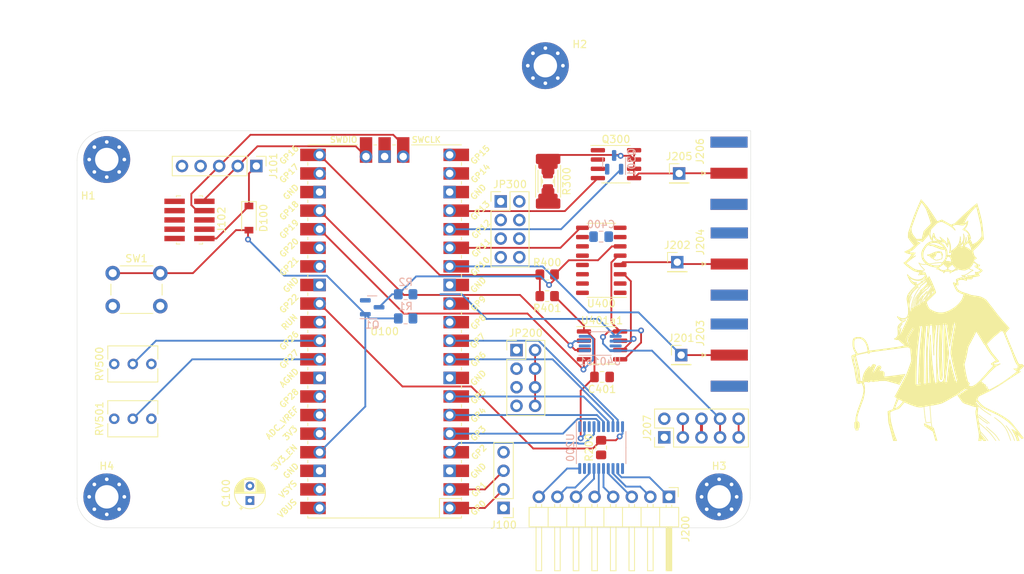
<source format=kicad_pcb>
(kicad_pcb (version 20211014) (generator pcbnew)

  (general
    (thickness 1.6)
  )

  (paper "A4")
  (layers
    (0 "F.Cu" signal)
    (31 "B.Cu" signal)
    (32 "B.Adhes" user "B.Adhesive")
    (33 "F.Adhes" user "F.Adhesive")
    (34 "B.Paste" user)
    (35 "F.Paste" user)
    (36 "B.SilkS" user "B.Silkscreen")
    (37 "F.SilkS" user "F.Silkscreen")
    (38 "B.Mask" user)
    (39 "F.Mask" user)
    (40 "Dwgs.User" user "User.Drawings")
    (41 "Cmts.User" user "User.Comments")
    (42 "Eco1.User" user "User.Eco1")
    (43 "Eco2.User" user "User.Eco2")
    (44 "Edge.Cuts" user)
    (45 "Margin" user)
    (46 "B.CrtYd" user "B.Courtyard")
    (47 "F.CrtYd" user "F.Courtyard")
    (48 "B.Fab" user)
    (49 "F.Fab" user)
  )

  (setup
    (stackup
      (layer "F.SilkS" (type "Top Silk Screen"))
      (layer "F.Paste" (type "Top Solder Paste"))
      (layer "F.Mask" (type "Top Solder Mask") (thickness 0.01))
      (layer "F.Cu" (type "copper") (thickness 0.035))
      (layer "dielectric 1" (type "core") (thickness 1.51) (material "FR4") (epsilon_r 4.5) (loss_tangent 0.02))
      (layer "B.Cu" (type "copper") (thickness 0.035))
      (layer "B.Mask" (type "Bottom Solder Mask") (thickness 0.01))
      (layer "B.Paste" (type "Bottom Solder Paste"))
      (layer "B.SilkS" (type "Bottom Silk Screen"))
      (copper_finish "None")
      (dielectric_constraints no)
    )
    (pad_to_mask_clearance 0)
    (pcbplotparams
      (layerselection 0x00010fc_ffffffff)
      (disableapertmacros false)
      (usegerberextensions false)
      (usegerberattributes true)
      (usegerberadvancedattributes true)
      (creategerberjobfile true)
      (svguseinch false)
      (svgprecision 6)
      (excludeedgelayer true)
      (plotframeref false)
      (viasonmask false)
      (mode 1)
      (useauxorigin false)
      (hpglpennumber 1)
      (hpglpenspeed 20)
      (hpglpendiameter 15.000000)
      (dxfpolygonmode true)
      (dxfimperialunits true)
      (dxfusepcbnewfont true)
      (psnegative false)
      (psa4output false)
      (plotreference true)
      (plotvalue true)
      (plotinvisibletext false)
      (sketchpadsonfab false)
      (subtractmaskfromsilk false)
      (outputformat 1)
      (mirror false)
      (drillshape 0)
      (scaleselection 1)
      (outputdirectory "grb3/")
    )
  )

  (net 0 "")
  (net 1 "GND")
  (net 2 "VBUS")
  (net 3 "+3V3")
  (net 4 "+3.3VADC")
  (net 5 "Net-(D100-Pad1)")
  (net 6 "UART_RX")
  (net 7 "UART_TX")
  (net 8 "/controller/SWDIO")
  (net 9 "/controller/SWCLK")
  (net 10 "unconnected-(J102-Pad8)")
  (net 11 "unconnected-(J102-Pad7)")
  (net 12 "unconnected-(J102-Pad6)")
  (net 13 "Net-(J200-Pad1)")
  (net 14 "Net-(J200-Pad2)")
  (net 15 "TRIG_IN")
  (net 16 "GLITCH_OUT")
  (net 17 "Net-(J200-Pad3)")
  (net 18 "ADC0")
  (net 19 "ADC1")
  (net 20 "Net-(J200-Pad4)")
  (net 21 "Net-(J200-Pad5)")
  (net 22 "Net-(J200-Pad6)")
  (net 23 "VCC_EXT")
  (net 24 "DAC_HI")
  (net 25 "CB1_G")
  (net 26 "CB2_G")
  (net 27 "GPIO_EN")
  (net 28 "MAX_SW_B")
  (net 29 "MAX_SW_A")
  (net 30 "MAX_EN")
  (net 31 "GPIO2")
  (net 32 "GPIO3")
  (net 33 "GPIO4")
  (net 34 "GPIO5")
  (net 35 "GPIO6")
  (net 36 "GLITCH_SIG")
  (net 37 "GPIO7")
  (net 38 "GPIO8")
  (net 39 "GPIO9")
  (net 40 "unconnected-(U100-Pad30)")
  (net 41 "DAC_nL")
  (net 42 "DAC_CLK")
  (net 43 "DAC_TX")
  (net 44 "EMERG_SHDN")
  (net 45 "~{EMERG_SHDN}")
  (net 46 "unconnected-(U100-Pad39)")
  (net 47 "Net-(J200-Pad7)")
  (net 48 "GPIO0")
  (net 49 "GPIO1")
  (net 50 "unconnected-(U400-Pad1)")
  (net 51 "unconnected-(U400-Pad2)")
  (net 52 "DAC_LO")
  (net 53 "unconnected-(U400-Pad12)")
  (net 54 "unconnected-(U400-Pad13)")
  (net 55 "unconnected-(U400-Pad14)")
  (net 56 "unconnected-(U400-Pad15)")
  (net 57 "CROWBAR")
  (net 58 "/gpio/TAR_VCCIO")
  (net 59 "Net-(JP300-Pad5)")
  (net 60 "Net-(J200-Pad8)")
  (net 61 "ADC2")
  (net 62 "/vccout/DAC_VCC")
  (net 63 "unconnected-(U400-Pad10)")
  (net 64 "unconnected-(U400-Pad11)")
  (net 65 "unconnected-(U100-Pad20)")
  (net 66 "unconnected-(U100-Pad19)")

  (footprint "Resistor_SMD:R_0805_2012Metric_Pad1.20x1.40mm_HandSolder" (layer "F.Cu") (at 135.099 79.554801 90))

  (footprint "MCU_RaspberryPi_and_Boards:RPi_Pico_SMD_TH" (layer "F.Cu") (at 112.776 100.076 180))

  (footprint "Connector_Coaxial:SMA_Amphenol_132289_EdgeMount" (layer "F.Cu") (at 159.845 78.456))

  (footprint "Button_Switch_THT:SW_PUSH_6mm" (layer "F.Cu") (at 75.617 92.111))

  (footprint "MountingHole:MountingHole_3.2mm_M3_Pad_Via" (layer "F.Cu") (at 158.496 122.682))

  (footprint "Connector_PinHeader_2.54mm:PinHeader_2x04_P2.54mm_Vertical" (layer "F.Cu") (at 128.646 82.306))

  (footprint "Connector_PinHeader_2.54mm:PinHeader_2x05_P2.54mm_Vertical" (layer "F.Cu") (at 151.003 114.554 90))

  (footprint "Connector_PinHeader_2.54mm:PinHeader_1x01_P2.54mm_Vertical" (layer "F.Cu") (at 152.776 90.61))

  (footprint "Resistor_SMD:R_2010_5025Metric_Pad1.40x2.65mm_HandSolder" (layer "F.Cu") (at 135.099 79.554801 90))

  (footprint "Resistor_SMD:R_0805_2012Metric_Pad1.20x1.40mm_HandSolder" (layer "F.Cu") (at 134.996 95.25))

  (footprint "Connector_PinHeader_2.54mm:PinHeader_1x08_P2.54mm_Horizontal" (layer "F.Cu") (at 151.638 122.682 -90))

  (footprint "Connector_PinHeader_2.54mm:PinHeader_2x04_P2.54mm_Vertical" (layer "F.Cu") (at 130.805 102.626))

  (footprint "Connector_PinHeader_2.54mm:PinHeader_1x01_P2.54mm_Vertical" (layer "F.Cu") (at 153.03 78.486))

  (footprint "Diode_SMD:D_SOD-123" (layer "F.Cu") (at 94.234 84.582 -90))

  (footprint "Connector_PinHeader_2.54mm:PinHeader_1x05_P2.54mm_Vertical" (layer "F.Cu") (at 95.245 77.47 -90))

  (footprint "Resistor_SMD:R_0805_2012Metric_Pad1.20x1.40mm_HandSolder" (layer "F.Cu") (at 142.367 115.951 90))

  (footprint "Connector_PinHeader_2.54mm:PinHeader_1x04_P2.54mm_Vertical" (layer "F.Cu") (at 129.032 124.196 180))

  (footprint "Resistor_SMD:R_2512_6332Metric_Pad1.40x3.35mm_HandSolder" (layer "F.Cu") (at 135.121 79.554801 90))

  (footprint "Capacitor_SMD:C_0805_2012Metric_Pad1.18x1.45mm_HandSolder" (layer "F.Cu") (at 142.494 106.299 180))

  (footprint "Resistor_SMD:R_0805_2012Metric_Pad1.20x1.40mm_HandSolder" (layer "F.Cu") (at 134.996 92.3))

  (footprint "Resistor_SMD:R_1206_3216Metric_Pad1.30x1.75mm_HandSolder" (layer "F.Cu") (at 135.099 79.554801 90))

  (footprint "MountingHole:MountingHole_3.2mm_M3_Pad_Via" (layer "F.Cu") (at 134.747 63.754))

  (footprint "Connector_PinHeader_2.54mm:PinHeader_1x01_P2.54mm_Vertical" (layer "F.Cu") (at 153.3125 103.31))

  (footprint "graphics:xenia" (layer "F.Cu")
    (tedit 61C154B6) (tstamp baf18278-d51c-443e-9972-c8c9ba5d7493)
    (at 189.738 98.679)
    (attr through_hole)
    (fp_text reference "XENIA" (at 0 0.5) (layer "F.SilkS") hide
      (effects (font (size 1 1) (thickness 0.15)))
      (tstamp 2ab096f1-5e2e-4948-88f7-ee80da352ce9)
    )
    (fp_text value "xenia" (at 0 -0.5) (layer "F.Fab")
      (effects (font (size 1 1) (thickness 0.15)))
      (tstamp fc47ad18-c916-4f04-8460-6a5fb9138c7e)
    )
    (fp_line (start -0.087449 -8.809657) (end 0.146027 -8.894909) (layer "F.SilkS") (width 0.1) (tstamp 00486478-893b-425b-a5bc-a7e44ca55943))
    (fp_line (start 2.120427 -10.202538) (end 2.241183 -10.185531) (layer "F.SilkS") (width 0.1) (tstamp 0234d303-1347-4357-9ac8-112e8e6ab5f3))
    (fp_line (start 4.330047 -6.234346) (end 4.089216 -6.498479) (layer "F.SilkS") (width 0.1) (tstamp 02d5be24-1036-4d78-b8b7-1b443d15e7c8))
    (fp_line (start 3.24756 9.045381) (end 3.4801 8.89316) (layer "F.SilkS") (width 0.1) (tstamp 0453b7e4-e0e7-4cb5-8648-bec6a813bdeb))
    (fp_line (start 0.260403 -6.891084) (end -0.332851 -6.886832) (layer "F.SilkS") (width 0.1) (tstamp 069f3316-bcd2-4604-a333-7165193738be))
    (fp_line (start -3.758068 -6.759273) (end -3.963863 -6.339774) (layer "F.SilkS") (width 0.1) (tstamp 087708f1-e1e9-4263-81e5-92e875871b86))
    (fp_line (start -9.297786 4.012324) (end -10.724534 4.222797) (layer "F.SilkS") (width 0.1) (tstamp 088a5abf-5280-4acd-9be5-182deee4161f))
    (fp_line (start 0.359176 -6.835298) (end 0.320909 -6.836064) (layer "F.SilkS") (width 0.1) (tstamp 09ddd339-86e0-4167-9e67-6513769a8304))
    (fp_line (start -11.079063 8.253324) (end -11.346087 8.129166) (layer "F.SilkS") (width 0.1) (tstamp 0a1dbe60-6997-4f4e-b4aa-4ec0085281f7))
    (fp_line (start 0.636957 -7.835127) (end 0.567013 -8.025403) (layer "F.SilkS") (width 0.1) (tstamp 0a9d52bd-4852-44a8-82f7-f0b2e974bf90))
    (fp_line (start 0.978307 -7.395325) (end 1.596288 -7.079446) (layer "F.SilkS") (width 0.1) (tstamp 0b28e9dc-79a6-45c1-9c4d-325ada2cc88d))
    (fp_line (start -0.023841 -7.012478) (end 0.260403 -6.891084) (layer "F.SilkS") (width 0.1) (tstamp 0b379b3e-c12a-4629-a430-1567b828b4a9))
    (fp_line (start -4.650002 0.989642) (end -3.764935 0.613726) (layer "F.SilkS") (width 0.1) (tstamp 0f956713-c3d9-4b4c-8b52-a74d6d57ce5b))
    (fp_line (start -0.40371 -6.811827) (end 0.321759 -6.836064) (layer "F.SilkS") (width 0.1) (tstamp 10fd1d94-746f-466c-84a0-aa85c04b7684))
    (fp_line (start 3.479802 11.455544) (end 3.948093 11.551703) (layer "F.SilkS") (width 0.1) (tstamp 1164e296-14e5-4a5e-b2f3-44f1d36e7550))
    (fp_line (start 2.98583 -11.581707) (end 2.741129 -11.748809) (layer "F.SilkS") (width 0.1) (tstamp 12ec9af5-fae0-487c-9f32-ec0f72c4cf1f))
    (fp_line (start -4.381109 -11.064391) (end -4.310739 -11.182596) (layer "F.SilkS") (width 0.1) (tstamp 13666fea-91c0-4fec-bb70-a04cdbcf337e))
    (fp_line (start -0.404795 0.395004) (end -0.462196 0.395218) (layer "F.SilkS") (width 0.1) (tstamp 1399d9fd-892e-4c6d-94d4-e65f4b8d90fb))
    (fp_line (start -1.858607 -3.896465) (end -3.018353 -2.837788) (layer "F.SilkS") (width 0.1) (tstamp 14127424-0f91-4793-8a8a-36511132b3fd))
    (fp_line (start -3.250381 11.652943) (end -2.433578 11.510927) (layer "F.SilkS") (width 0.1) (tstamp 1485f998-b07f-4385-8f35-cac19f2827b9))
    (fp_line (start -8.886174 7.308196) (end -8.901056 7.197645) (layer "F.SilkS") (width 0.1) (tstamp 156d07b6-f60e-459b-b98a-29b8c699efdc))
    (fp_line (start -12.551074 13.779714) (end -12.706696 13.860076) (layer "F.SilkS") (width 0.1) (tstamp 16a71bba-04ef-4283-a06b-f6e9ba8ea3c4))
    (fp_line (start -5.127987 3.687899) (end -5.047837 3.724891) (layer "F.SilkS") (width 0.1) (tstamp 16ec19e3-7b49-453e-80e4-246815f99f56))
    (fp_line (start 0.998035 -5.007568) (end 1.417534 -4.961009) (layer "F.SilkS") (width 0.1) (tstamp 18457aad-4f9d-4c40-a5cc-fb25084ce7be))
    (fp_line (start -5.027428 3.476363) (end -5.115231 3.542269) (layer "F.SilkS") (width 0.1) (tstamp 185cec19-d583-42a6-bbf6-9e4403a7b0ce))
    (fp_line (start -6.740291 2.002993) (end -6.697559 1.323252) (layer "F.SilkS") (width 0.1) (tstamp 19b8a416-d457-47c0-a7b0-da25cad6c5a1))
    (fp_line (start -0.007897 -7.388394) (end -0.050628 -7.071368) (layer "F.SilkS") (width 0.1) (tstamp 1c4a967a-d9ff-4163-bb2a-95ccc3501bb3))
    (fp_line (start -0.670522 -6.851881) (end -0.53786 -6.616024) (layer "F.SilkS") (width 0.1) (tstamp 1c5c7e2f-94b3-4b5e-b4ad-c0a6563fc67e))
    (fp_line (start -10.908538 4.337111) (end -10.835617 4.409819) (layer "F.SilkS") (width 0.1) (tstamp 1e0ba953-460b-4ddb-ba5b-e01c556e61f7))
    (fp_line (start 4.90149 16.307955) (end 5.210438 16.322837) (layer "F.SilkS") (width 0.1) (tstamp 1f5d8d4c-52db-4d4d-99bb-fd209dbbc195))
    (fp_line (start -1.262672 0.453299) (end -1.363656 0.468181) (layer "F.SilkS") (width 0.1) (tstamp 1f69b1f6-9fed-42d7-9e08-09f288c476bc))
    (fp_line (start 2.998458 8.928026) (end 2.798403 8.735837) (layer "F.SilkS") (width 0.1) (tstamp 1fb3f6bd-66d7-4a74-a144-ae01112ff895))
    (fp_line (start -2.982169 0.583537) (end -2.699243 0.577159) (layer "F.SilkS") (width 0.1) (tstamp 20a0f469-5ae6-4e36-8ff6-79100ece3f30))
    (fp_line (start 0.566716 -8.025531) (end 0.636661 -7.835255) (layer "F.SilkS") (width 0.1) (tstamp 21a2e357-9ad7-4e55-9783-020864723576))
    (fp_line (start -2.922258 -2.660056) (end -1.647369 -3.924825) (layer "F.SilkS") (width 0.1) (tstamp 23781219-648c-45af-8566-464b78a6f9ff))
    (fp_line (start -0.590372 -6.842654) (end -0.464088 -6.840528) (layer "F.SilkS") (width 0.1) (tstamp 23b5355a-334f-4bc1-a3a3-bcd5e8aabe03))
    (fp_line (start -0.271007 -9.616787) (end -0.136007 -9.641874) (layer "F.SilkS") (width 0.1) (tstamp 23f55bc5-218f-4c81-bcc4-297aa64fa0b2))
    (fp_line (start 7.736937 1.655947) (end 7.847488 1.605774) (layer "F.SilkS") (width 0.1) (tstamp 252382df-08a7-4b0b-8609-1072db1e998e))
    (fp_line (start -1.871555 -11.918931) (end -1.940225 -12.001419) (layer "F.SilkS") (width 0.1) (tstamp 2566906f-dee1-4d49-aa89-42683ad37200))
    (fp_line (start -2.231462 -13.327246) (end -3.235395 -12.265232) (layer "F.SilkS") (width 0.1) (tstamp 25b94296-ce9e-441c-ba5a-3999d9179a7f))
    (fp_line (start 4.695249 -11.592294) (end 4.867028 -11.229431) (layer "F.SilkS") (width 0.1) (tstamp 2609c5fc-6f5a-49bd-a40b-c12eaada5a92))
    (fp_line (start 4.588609 8.485737) (end 4.879742 8.498492) (layer "F.SilkS") (width 0.1) (tstamp 275e3c89-0d83-4a85-9571-5807c3e775e6))
    (fp_line (start 1.219052 9.973394) (end 1.334493 9.873048) (layer "F.SilkS") (width 0.1) (tstamp 276b13d7-0a57-419c-8da2-e837b16f8ff4))
    (fp_line (start 0.832973 -5.261113) (end 0.774721 -5.194995) (layer "F.SilkS") (width 0.1) (tstamp 27f73be5-5b6d-4dcd-9c2b-08178b3c0f10))
    (fp_line (start 3.878467 -6.660457) (end 3.824042 -6.69915) (layer "F.SilkS") (width 0.1) (tstamp 284e6dc9-3ac5-4cda-bd41-857fb98d4679))
    (fp_line (start -4.421864 -8.927692) (end -5.015118 -8.576139) (layer "F.SilkS") (width 0.1) (tstamp 28797dd3-5c25-40ea-9029-91b4bdf67bc8))
    (fp_line (start -6.053407 10.967866) (end -5.922871 11.018039) (layer "F.SilkS") (width 0.1) (tstamp 28d5ed17-1bf9-4c62-b49a-5fe63f5fcad7))
    (fp_line (start -3.125587 -6.648084) (end -3.692013 -6.537745) (layer "F.SilkS") (width 0.1) (tstamp 292a37f1-a8d7-4049-8d9e-d154cb6269d5))
    (fp_line (start -3.963863 -6.339774) (end -3.148187 -6.432892) (layer "F.SilkS") (width 0.1) (tstamp 29d26dd1-1c9b-4097-8348-63ab0c86a559))
    (fp_line (start -0.136007 -9.641597) (end -0.271007 -9.616511) (layer "F.SilkS") (width 0.1) (tstamp 2b1d77fe-f78d-4ff8-b505-0f28f2dbc7c6))
    (fp_line (start -2.567432 -10.399893) (end -2.567432 -10.400064) (layer "F.SilkS") (width 0.1) (tstamp 2d8c2e79-0ca6-4cac-bd97-7ed59984e6ca))
    (fp_line (start -3.612693 8.448277) (end -3.623323 8.650245) (layer "F.SilkS") (width 0.1) (tstamp 2db2a178-64e5-43fc-91c6-f6bb623ee10e))
    (fp_line (start 0.831253 0.253265) (end 1.081438 0.212021) (layer "F.SilkS") (width 0.1) (tstamp 2e9befe8-1ba6-44c4-8c0c-2f6b67d813e8))
    (fp_line (start -2.265074 13.818492) (end -2.151546 14.500359) (layer "F.SilkS") (width 0.1) (tstamp 2f15d41d-727f-4089-af4d-eed812228f8d))
    (fp_line (start -3.465554 0.613726) (end -2.982169 0.583537) (layer "F.SilkS") (width 0.1) (tstamp 2f4fca68-ad3d-42af-a65a-2dfd84c64f23))
    (fp_line (start 3.824042 -6.69915) (end 3.76579 -6.598166) (layer "F.SilkS") (width 0.1) (tstamp 2f8fab55-05ca-4686-80f5-c3c168b9b405))
    (fp_line (start 3.802463 11.057008) (end 4.193772 10.248454) (layer "F.SilkS") (width 0.1) (tstamp 2fa1b765-b805-47fc-bf33-7549704c7989))
    (fp_line (start 4.525042 15.474081) (end 4.581806 15.914436) (layer "F.SilkS") (width 0.1) (tstamp 318e2232-f227-48be-bc7e-28bc039cbe1a))
    (fp_line (start 0.320909 -6.836064) (end 0.323034 -6.596465) (layer "F.SilkS") (width 0.1) (tstamp 31dcfa14-92b3-40c0-9b7e-3e11dc0058e1))
    (fp_line (start -1.479203 -7.201053) (end -1.470699 -7.127281) (layer "F.SilkS") (width 0.1) (tstamp 321f985d-c802-49a4-b839-d957d45e8880))
    (fp_line (start -2.768188 -9.031568) (end -2.728921 -9.000571) (layer "F.SilkS") (width 0.1) (tstamp 328d1402-4958-47d2-b0f1-71018e3fb92d))
    (fp_line (start -0.523191 -6.729339) (end -0.516813 -6.620064) (layer "F.SilkS") (width 0.1) (tstamp 32e61bfc-d546-4722-ac49-cbb99c79a789))
    (fp_line (start -4.310717 -11.182319) (end -4.381087 -11.064115) (layer "F.SilkS") (width 0.1) (tstamp 3333a437-094a-4126-981c-1a90640c11d7))
    (fp_line (start -0.53786 -6.616024) (end -0.522978 -6.728701) (layer "F.SilkS") (width 0.1) (tstamp 33ea8dc4-877d-4756-9eec-56ecc269d0d6))
    (fp_line (start -2.42565 8.523069) (end -2.710361 8.529447) (layer "F.SilkS") (width 0.1) (tstamp 351d5969-2e3a-436e-a584-701985869a16))
    (fp_line (start -3.548467 -11.102808) (end -3.680278 -11.20443) (layer "F.SilkS") (width 0.1) (tstamp 36bf2b67-6c66-4f57-9dcc-180452d3e2dc))
    (fp_line (start -10.667452 4.294378) (end -10.705294 4.290126) (layer "F.SilkS") (width 0.1) (tstamp 38dc9787-3773-4a65-9eac-77f34d6df8dc))
    (fp_line (start -12.671829 14.588332) (end -12.551286 14.590458) (layer "F.SilkS") (width 0.1) (tstamp 3949f8f3-4972-460a-90a0-6906b5d7ca76))
    (fp_line (start 3.981279 10.706561) (end 3.921327 10.860227) (layer "F.SilkS") (width 0.1) (tstamp 3b861d3c-b38d-4322-b67b-d95ab0619cc6))
    (fp_line (start 9.914625 6.87845) (end 9.630849 6.725166) (layer "F.SilkS") (width 0.1) (tstamp 3bf5a303-d45e-4366-b8e2-9eef9aa4ea37))
    (fp_line (start -1.955062 14.629087) (end -1.482966 16.326622) (layer "F.SilkS") (width 0.1) (tstamp 3d234cf4-d2a0-4b1e-b0ed-33b40ca1bbce))
    (fp_line (start -2.482371 0.53921) (end -2.699349 0.578328) (layer "F.SilkS") (width 0.1) (tstamp 3d6a7394-0229-439d-98ea-24fb7b7d0870))
    (fp_line (start -5.819251 -0.058596) (end -5.782259 -0.164257) (layer "F.SilkS") (width 0.1) (tstamp 3ecd5e71-045c-45dd-959d-3e97c8e33089))
    (fp_line (start -3.785279 -2.270788) (end -4.94377 -1.700982) (layer "F.SilkS") (width 0.1) (tstamp 3f60471a-e684-4c40-916a-dc05757982ce))
    (fp_line (start 3.76579 -6.598166) (end 3.956065 -6.349596) (layer "F.SilkS") (width 0.1) (tstamp 3f775266-cc7f-49e6-b89d-e69ba5f3895e))
    (fp_line (start 3.761942 -7.448985) (end 4.562098 -6.916851) (layer "F.SilkS") (width 0.1) (tstamp 401fc27b-55c2-4d17-b7a9-17271cdee251))
    (fp_line (start -3.619092 -4.014223) (end -4.053048 -3.440186) (layer "F.SilkS") (width 0.1) (tstamp 41e173df-b769-4562-86b0-af2aff66057d))
    (fp_line (start 0.321759 -6.836064) (end 0.360027 -6.835298) (layer "F.SilkS") (width 0.1) (tstamp 43797be8-9d42-485f-bc6b-0544d45927b2))
    (fp_line (start 10.256122 6.014427) (end 10.165768 5.934065) (layer "F.SilkS") (width 0.1) (tstamp 4459b91b-d937-4427-a170-e7027c4df452))
    (fp_line (start -1.482966 16.326622) (end -1.613502 16.326622) (layer "F.SilkS") (width 0.1) (tstamp 46605a33-9342-4627-adea-08a0c3dd1775))
    (fp_line (start -2.364145 -5.272232) (end -2.325452 -5.192508) (layer "F.SilkS") (width 0.1) (tstamp 47476406-4d27-4820-aefe-eb91485cd792))
    (fp_line (start -1.200487 -7.170056) (end -1.200487 -7.170056) (layer "F.SilkS") (width 0.1) (tstamp 47bd3e42-5e60-4145-b4ff-ba2ead23635e))
    (fp_line (start -10.724534 4.222797) (end -10.772326 4.101105) (layer "F.SilkS") (width 0.1) (tstamp 487c4890-ae05-4d1e-8757-f717bdd9f770))
    (fp_line (start -1.29977 -7.131533) (end -0.950173 -6.910133) (layer "F.SilkS") (width 0.1) (tstamp 48f5ac3f-19ad-4208-9449-373c6d6bed43))
    (fp_line (start -0.419655 -9.922015) (end -0.584419 -9.95518) (layer "F.SilkS") (width 0.1) (tstamp 499f0043-d011-4c69-b76f-552cc2e709c0))
    (fp_line (start -10.859577 4.243461) (end -10.870207 4.151406) (layer "F.SilkS") (width 0.1) (tstamp 4b724a58-7782-4fb0-85bb-73cee8bfacec))
    (fp_line (start -3.623323 8.650245) (end -4.324302 8.722316) (layer "F.SilkS") (width 0.1) (tstamp 4c7ee18f-1e28-4990-b358-0d20ba5f3a19))
    (fp_line (start 2.278047 -6.178114) (end 2.254661 -6.053744) (layer "F.SilkS") (width 0.1) (tstamp 4cd7b6b4-85c9-4884-8f10-e79b6ed8c90b))
    (fp_line (start -10.857408 4.242058) (end -10.859577 4.243461) (layer "F.SilkS") (width 0.1) (tstamp 4cf1650d-f012-4b15-ad31-a94564f120f8))
    (fp_line (start 0.636661 -7.835255) (end 0.978307 -7.395325) (layer "F.SilkS") (width 0.1) (tstamp 4d1172a0-a1e6-4e5d-b676-3dfbdc70f814))
    (fp_line (start 4.368889 -7.671512) (end 4.228999 -7.648126) (layer "F.SilkS") (width 0.1) (tstamp 4ea04a5a-7a78-43fb-87d5-86eb2afcea5f))
    (fp_line (start 10.027621 6.192797) (end 10.256122 6.014427) (layer "F.SilkS") (width 0.1) (tstamp 51b18456-8852-4cce-ad37-628dd1c4103a))
    (fp_line (start 0.975627 -7.108827) (end 0.990509 -7.046749) (layer "F.SilkS") (width 0.1) (tstamp 52064152-4b25-4796-8ab1-2e49f3df562c))
    (fp_line (start 5.077543 8.647949) (end 4.922346 8.701524) (layer "F.SilkS") (width 0.1) (tstamp 53bc95a0-a6b5-4bd3-8806-205d384c6e1c))
    (fp_line (start -2.943709 -5.906668) (end -2.916242 -5.843484) (layer "F.SilkS") (width 0.1) (tstamp 54c05bf1-249d-4ed0-aee6-f8cef4715275))
    (fp_line (start 4.587334 8.28802) (end 4.484224 8.388366) (layer "F.SilkS") (width 0.1) (tstamp 54d05816-bdfa-450b-939f-fffbc2d3c01c))
    (fp_line (start -3.764935 0.613726) (end -3.465554 0.613726) (layer "F.SilkS") (width 0.1) (tstamp 56614d25-92fe-4928-ba13-f50ff5bf48ed))
    (fp_line (start 5.210438 16.322837) (end 4.525042 15.474081) (layer "F.SilkS") (width 0.1) (tstamp 57d20178-cd72-4cdf-a6b0-742aea76d37b))
    (fp_line (start -0.446932 -6.922464) (end -0.749927 -6.933093) (layer "F.SilkS") (width 0.1) (tstamp 58166378-73e4-4c77-abf1-b61da426c963))
    (fp_line (start -7.002722 16.306531) (end -7.404278 16.31157) (layer "F.SilkS") (width 0.1) (tstamp 5964804a-9ffe-4905-9f1b-c960fc5465a3))
    (fp_line (start -8.901056 7.197645) (end -8.941025 7.197645) (layer "F.SilkS") (width 0.1) (tstamp 59f58cc4-3f08-4913-804c-7831fc56d6da))
    (fp_line (start 1.092131 -7.182599) (end 0.975627 -7.108827) (layer "F.SilkS") (width 0.1) (tstamp 5ac91684-976e-43dc-b66d-88fa3cf7602b))
    (fp_line (start 7.847488 1.605774) (end 8.38802 0.97155) (layer "F.SilkS") (width 0.1) (tstamp 5c52001a-44b6-4827-8867-9a065693af27))
    (fp_line (start 5.416744 9.020209) (end 5.234122 9.134162) (layer "F.SilkS") (width 0.1) (tstamp 5c5e0318-a0e1-4f94-8225-4bad5445ea6d))
    (fp_line (start 9.500845 16.316587) (end 9.731897 16.316587) (layer "F.SilkS") (width 0.1) (tstamp 5cdfe313-8605-4373-9a45-7b9f1b58e8c5))
    (fp_line (start -12.612153 4.669636) (end -12.765862 4.730652) (layer "F.SilkS") (width 0.1) (tstamp 5d6e084a-605f-4d05-bcd6-23a747bd3e0e))
    (fp_line (start -5.125052 3.690641) (end -5.114422 3.531405) (layer "F.SilkS") (width 0.1) (tstamp 5e0252fd-2729-4e36-b2cc-c7766dba6189))
    (fp_line (start -12.765862 4.730652) (end -12.281945 6.716322) (layer "F.SilkS") (width 0.1) (tstamp 5e807c14-eb72-4699-ac5c-0e22b3b90689))
    (fp_line (start -3.415423 -5.326615) (end -3.508541 -5.332993) (layer "F.SilkS") (width 0.1) (tstamp 5ef3d067-71f0-41ac-ba39-98068649edc9))
    (fp_line (start -3.680278 -11.20443) (end -4.310717 -11.182319) (layer "F.SilkS") (width 0.1) (tstamp 600a3b4b-ae4b-4461-b5a0-b102a630e6e4))
    (fp_line (start -0.516813 -6.620064) (end -0.40371 -6.811827) (layer "F.SilkS") (width 0.1) (tstamp 606c3e55-7d61-412d-adac-41bf5f1f1a73))
    (fp_line (start -3.763999 0.614406) (end -4.65096 0.989557) (layer "F.SilkS") (width 0.1) (tstamp 61bd4437-060d-40c1-add9-cb29405c70c7))
    (fp_line (start -12.324316 14.531951) (end -12.328568 14.687573) (layer "F.SilkS") (width 0.1) (tstamp 61d9b81b-8499-4933-91ed-7a8972810007))
    (fp_line (start -6.730724 2.520138) (end -6.790889 2.401721) (layer "F.SilkS") (width 0.1) (tstamp 62b6ceae-4979-4c7f-9abb-9d942b9ab846))
    (fp_line (start -0.023819 -7.012265) (end -0.050733 -7.071495) (layer "F.SilkS") (width 0.1) (tstamp 633ad3b8-63c2-4a66-ba43-ec1b2327d590))
    (fp_line (start 2.575111 -5.582519) (end 2.566607 -5.800008) (layer "F.SilkS") (width 0.1) (tstamp 6349601a-3c16-49a3-9c53-44ba3301fa17))
    (fp_line (start -12.123177 8.513863) (end -11.715753 8.379501) (layer "F.SilkS") (width 0.1) (tstamp 634c972d-457b-4606-97bd-158cc6774626))
    (fp_line (start -1.200487 -7.170056) (end -1.189857 -7.253607) (layer "F.SilkS") (width 0.1) (tstamp 644c1aa7-bb47-43ff-9985-f1193c633b37))
    (fp_line (start -0.097144 8.381542) (end -0.383216 8.400676) (layer "F.SilkS") (width 0.1) (tstamp 64d7714a-7974-44e3-aea4-f93dec72bbab))
    (fp_line (start -2.982275 0.584047) (end -3.46566 0.614236) (layer "F.SilkS") (width 0.1) (tstamp 65672bfe-b9ee-41a0-973c-1f20f79e074b))
    (fp_line (start -0.522978 -6.728701) (end -0.590372 -6.842654) (layer "F.SilkS") (width 0.1) (tstamp 66ae6362-5d73-429e-895c-b93ac4034e8b))
    (fp_line (start -2.922257 -2.659503) (end -3.018352 -2.837236) (layer "F.SilkS") (width 0.1) (tstamp 67696688-aeb4-4c05-bfdd-17ff57e0fa8a))
    (fp_line (start 4.463814 8.29865) (end 4.587334 8.28802) (layer "F.SilkS") (width 0.1) (tstamp 6adb7440-4967-4c53-ab45-3e8efe9276db))
    (fp_line (start -0.552019 -7.920528) (end -0.353877 -8.180791) (layer "F.SilkS") (width 0.1) (tstamp 6b210527-4628-4b35-bcc0-57c051da3023))
    (fp_line (start 1.550897 -10.19699) (end 1.669101 -10.238234) (layer "F.SilkS") (width 0.1) (tstamp 6f6d94a2-ff06-468f-93cb-7d1121493be0))
    (fp_line (start 5.099335 3.181341) (end 5.269838 3.103317) (layer "F.SilkS") (width 0.1) (tstamp 6faf2824-be38-492e-a01b-4c105834407a))
    (fp_line (start -4.244621 -5.197036) (end -4.324345 -5.268894) (layer "F.SilkS") (width 0.1) (tstamp 6fe73f15-5d69-4a4e-893e-03eb09e9b7d7))
    (fp_line (start 1.655283 -10.326037) (end 1.550897 -10.19699) (layer "F.SilkS") (width 0.1) (tstamp 71407632-595c-426e-b6ae-4fb2a403e147))
    (fp_line (start 1.551599 -10.196373) (end 1.654071 -10.325909) (layer "F.SilkS") (width 0.1) (tstamp 71e17ce2-3f5c-4367-9839-08c5c57f36de))
    (fp_line (start -10.85964 4.243567) (end -10.851137 4.309473) (layer "F.SilkS") (width 0.1) (tstamp 7222796c-3f24-42f8-95ec-33d97cdbe82f))
    (fp_line (start -10.870207 4.151406) (end -12.356801 4.505467) (layer "F.SilkS") (width 0.1) (tstamp 7332bdd2-7696-49e9-b942-e09fe05346ae))
    (fp_line (start -12.555538 14.874192) (end -12.244166 14.849105) (layer "F.SilkS") (width 0.1) (tstamp 73bf2484-d5f9-4ce1-ab83-d710b7907529))
    (fp_line (start -0.050628 -7.071368) (end -0.023841 -7.012478) (layer "F.SilkS") (width 0.1) (tstamp 75ebcaaf-8f91-4bce-95da-35daf284b36b))
    (fp_line (start -2.023604 -4.398792) (end -2.056557 -4.497672) (layer "F.SilkS") (width 0.1) (tstamp 76bcc96a-79c2-4aa1-a653-745cf373720e))
    (fp_line (start 0.360027 -6.835298) (end 0.467176 -6.79129) (layer "F.SilkS") (width 0.1) (tstamp 7879fd6d-8523-40e9-ac87-65ed2628002c))
    (fp_line (start 3.26967 -5.791504) (end 3.374481 -5.900354) (layer "F.SilkS") (width 0.1) (tstamp 78c24dc1-6743-421c-b77c-2fe33b473e4c))
    (fp_line (start -1.470699 -7.127281) (end -1.29977 -7.131533) (layer "F.SilkS") (width 0.1) (tstamp 7923463f-888c-4fc0-b98f-03078496b1b6))
    (fp_line (start 1.596288 -7.079446) (end 2.337853 -6.991643) (layer "F.SilkS") (width 0.1) (tstamp 7a78aae9-59d5-44fd-a5a4-d12a5851aac3))
    (fp_line (start -6.744393 10.596839) (end -5.920744 11.018719) (layer "F.SilkS") (width 0.1) (tstamp 7af554a0-1aea-4bf6-b62d-f529a38d9de6))
    (fp_line (start 3.74706 -7.542316) (end 3.761942 -7.448985) (layer "F.SilkS") (width 0.1) (tstamp 7d46158a-6f68-4d38-be89-e25c900413e7))
    (fp_line (start 3.948093 11.551703) (end 3.802463 11.057008) (layer "F.SilkS") (width 0.1) (tstamp 7f1cd457-f3e0-4118-9041-74f0c4e433d8))
    (fp_line (start 3.952132 10.372397) (end 3.479802 11.455544) (layer "F.SilkS") (width 0.1) (tstamp 7f25c6dd-2bd2-4dba-b030-ccbee8cc0425))
    (fp_line (start 4.867007 -11.229325) (end 4.695227 -11.592231) (layer "F.SilkS") (width 0.1) (tstamp 801e609c-68c5-4efc-a779-888769f67fd8))
    (fp_line (start 9.552655 6.270651) (end 9.957527 6.281281) (layer "F.SilkS") (width 0.1) (tstamp 816dc656-ef63-4b7e-ba23-93c421a09dd9))
    (fp_line (start -10.835617 4.409819) (end -10.692538 4.354544) (layer "F.SilkS") (width 0.1) (tstamp 81a6647b-fb92-470f-859a-839cff2bfa41))
    (fp_line (start -2.265074 13.81847) (end -2.435578 11.510119) (layer "F.SilkS") (width 0.1) (tstamp 823a9a53-cb4b-4f57-9558-1ba1cf975f33))
    (fp_line (start 5.09942 3.182085) (end 5.099335 3.181341) (layer "F.SilkS") (width 0.1) (tstamp 832a8494-eaf2-41bb-a79b-9bd3869ba972))
    (fp_line (start -2.839558 -5.555073) (end -2.839345 -5.555094) (layer "F.SilkS") (width 0.1) (tstamp 84ce0be5-0412-4bdd-83e3-854a7a710ced))
    (fp_line (start -2.790809 -5.240427) (end -2.57719 -5.718179) (layer "F.SilkS") (width 0.1) (tstamp 84d2254b-f203-44d6-b45c-79b312eb19ef))
    (fp_line (start -3.983039 8.479741) (end -3.612693 8.448277) (layer "F.SilkS") (width 0.1) (tstamp 881ba6c1-962a-43e8-acdf-1c75a4cb2656))
    (fp_line (start 2.911548 -11.493032) (end 3.13129 -11.295316) (layer "F.SilkS") (width 0.1) (tstamp 8b34cb3e-4808-4723-abeb-99f377bbe23f))
    (fp_line (start -0.578892 -9.823156) (end -0.419655 -9.922015) (layer "F.SilkS") (width 0.1) (tstamp 8b609dc3-d402-489e-93c7-a8286dd10662))
    (fp_line (start -3.013421 -6.014668) (end -3.06859 -6.173224) (layer "F.SilkS") (width 0.1) (tstamp 902a411f-6335-4f06-8cf1-f0ed80a2cb8a))
    (fp_line (start -0.332851 -6.886832) (end -0.023819 -7.012265) (layer "F.SilkS") (width 0.1) (tstamp 910b5ca3-160a-4289-ac0e-edddfbb8cc23))
    (fp_line (start 4.879742 8.498492) (end 4.786411 8.608406) (layer "F.SilkS") (width 0.1) (tstamp 92425964-3db1-4a0a-86ee-ecbd90311ff8))
    (fp_line (start -2.68655 -9.085993) (end -2.768188 -9.031568) (layer "F.SilkS") (width 0.1) (tstamp 92f206ba-0b74-4aff-a139-97255e30fd4b))
    (fp_line (start -2.699243 0.577159) (end -2.482265 0.538041) (layer "F.SilkS") (width 0.1) (tstamp 9374eae1-1721-491f-8000-bfbbb5c8d606))
    (fp_line (start 5.423717 9.377374) (end 5.570623 9.455611) (layer "F.SilkS") (width 0.1) (tstamp 946a8f93-f8a6-49ed-be65-22cf14da1914))
    (fp_line (start -10.705294 4.290126) (end -10.773113 4.101764) (layer "F.SilkS") (width 0.1) (tstamp 96b8b711-f40d-4aae-a044-c048034ee1fe))
    (fp_line (start 3.55787 -8.163018) (end 3.585933 -8.535108) (layer "F.SilkS") (width 0.1) (tstamp 97eaa1e2-9166-4553-a1d6-ea99a7ba73fb))
    (fp_line (start -2.093805 0.514655) (end -1.899489 4.624204) (layer "F.SilkS") (width 0.1) (tstamp 9a3dec6c-1ff7-4f04-98b4-bff75dbe2572))
    (fp_line (start -7.212683 10.307067) (end -6.744393 10.596839) (layer "F.SilkS") (width 0.1) (tstamp 9aa35107-bd21-4263-aaeb-f87889d0726a))
    (fp_line (start -8.961434 7.519094) (end -8.918702 7.383456) (layer "F.SilkS") (width 0.1) (tstamp 9c77e549-bc3d-407e-a17f-1f44a0465725))
    (fp_line (start 9.062594 6.501448) (end 9.545575 6.870816) (layer "F.SilkS") (width 0.1) (tstamp 9d0a9958-db67-4fa2-a63a-2635acbcaff5))
    (fp_line (start 1.219116 9.972799) (end 1.219052 9.973394) (layer "F.SilkS") (width 0.1) (tstamp 9d53a803-c2dd-44df-9adf-3a36ecbb9623))
    (fp_line (start -10.851137 4.309473) (end -10.908538 4.337111) (layer "F.SilkS") (width 0.1) (tstamp 9d93c53b-c8ce-4a41-8871-5169db872dd3))
    (fp_line (start -0.464088 -6.840528) (end -0.523191 -6.729339) (layer "F.SilkS") (width 0.1) (tstamp 9f3effa9-36c1-499e-8002-787a37d4e90a))
    (fp_line (start -12.443584 14.541092) (end -12.110825 14.518557) (layer "F.SilkS") (width 0.1) (tstamp 9f755b79-98ed-4b7f-b7d5-fc8b011a6083))
    (fp_line (start -0.462154 0.396301) (end -0.404752 0.396089) (layer "F.SilkS") (width 0.1) (tstamp a03f12ee-4c0a-46b5-9d34-c9c5f676bfdc))
    (fp_line (start -0.753754 -8.930796) (end -0.760132 -9.099812) (layer "F.SilkS") (width 0.1) (tstamp a2514bdf-7683-4b2c-bb81-487c8fa57d73))
    (fp_line (start 2.798403 8.735837) (end 2.94212 8.502787) (layer "F.SilkS") (width 0.1) (tstamp a25f08da-163d-4d49-ab74-017e99d1903e))
    (fp_line (start 3.301453 -9.46597) (end 3.588121 -8.53481) (layer "F.SilkS") (width 0.1) (tstamp a261e796-25d7-477c-be76-97f041d1e6b6))
    (fp_line (start -12.208875 14.527699) (end -12.324316 14.531951) (layer "F.SilkS") (width 0.1) (tstamp a273aabd-9b0c-4eb2-9ce1-0a72077650f3))
    (fp_line (start 10.153777 16.03534) (end 10.286013 15.948388) (layer "F.SilkS") (width 0.1) (tstamp a2a59f0e-cde4-498b-8904-d92a12bff2f0))
    (fp_line (start -1.612056 0.483573) (end -1.363486 0.468691) (layer "F.SilkS") (width 0.1) (tstamp a2fc975e-e27d-4dbe-8a0b-341931ded9a6))
    (fp_line (start 5.58019 9.318272) (end 5.423717 9.377374) (layer "F.SilkS") (width 0.1) (tstamp a323f70c-afa2-4c2a-b732-5b77a8cbc996))
    (fp_line (start -1.472081 8.437583) (end -1.785579 8.469473) (layer "F.SilkS") (width 0.1) (tstamp a4c343d5-a6fd-4619-9a83-930a86997c7d))
    (fp_line (start -8.918702 7.383456) (end -8.770521 7.262913) (layer "F.SilkS") (width 0.1) (tstamp a71b8db9-7af6-4a4f-a0c5-fd086e8c47a8))
    (fp_line (start 0.017488 -7.081572) (end 0.065961 -7.361267) (layer "F.SilkS") (width 0.1) (tstamp a77dd63f-3f22-4865-9e78-693ed1d0221c))
    (fp_line (start -0.714593 0.406931) (end -0.462154 0.396301) (layer "F.SilkS") (width 0.1) (tstamp a858f438-2835-4c8f-8f9f-d091eac5a697))
    (fp_line (start 0.365554 -6.704763) (end 0.359176 -6.835298) (layer "F.SilkS") (width 0.1) (tstamp a8bb4afa-35b0-41db-8d99-8ea42d121830))
    (fp_line (start -4.017458 -4.642983) (end -4.118655 -4.734613) (layer "F.SilkS") (width 0.1) (tstamp a9a751bd-7c65-4095-9e42-f665535dba2e))
    (fp_line (start 2.337853 -6.991643) (end 2.882955 -7.225459) (layer "F.SilkS") (width 0.1) (tstamp a9d6e118-1126-476c-be4f-98f751cb96f6))
    (fp_line (start -12.091032 8.313426) (end -12.251756 8.313426) (layer "F.SilkS") (width 0.1) (tstamp ab2163be-385c-49c1-84b2-d21172b217d2))
    (fp_line (start -3.195575 14.016357) (end -1.955062 14.629087) (layer "F.SilkS") (width 0.1) (tstamp abc144f2-0768-45ca-8040-fb36089127a7))
    (fp_line (start -10.87027 4.151512) (end -10.85964 4.243567) (layer "F.SilkS") (width 0.1) (tstamp ac2b5221-dae8-473a-b258-1240f226ee32))
    (fp_line (start -6.083766 0.076404) (end -5.819251 -0.058596) (layer "F.SilkS") (width 0.1) (tstamp ae1a820b-f252-45fc-a06e-4a7cb7959ffc))
    (fp_line (start -0.404752 0.396089) (end -0.142746 0.3659) (layer "F.SilkS") (width 0.1) (tstamp aefe398d-e17c-4e19-992b-b360a5a5a779))
    (fp_line (start 5.004133 3.149642) (end 5.10129 3.181957) (layer "F.SilkS") (width 0.1) (tstamp afaa94e1-65c3-4b6f-9c68-5ac59bc472d1))
    (fp_line (start 10.384191 6.087349) (end 10.027621 6.192797) (layer "F.SilkS") (width 0.1) (tstamp afd35155-2680-4da0-a254-feec9f925517))
    (fp_line (start 2.241183 -10.185531) (end 2.422529 -10.528877) (layer "F.SilkS") (width 0.1) (tstamp b12cdff5-1a28-488f-bb8d-4bd1944d9750))
    (fp_line (start 10.286013 15.948388) (end 8.789979 14.029963) (layer "F.SilkS") (width 0.1) (tstamp b19cabe8-0c6d-451e-bfeb-2fcea82d2608))
    (fp_line (start -3.195469 14.016336) (end -3.195575 14.016357) (layer "F.SilkS") (width 0.1) (tstamp b29c3d1a-bb57-4e68-88ff-a0471bee36d3))
    (fp_line (start -4.555758 -1.880139) (end -4.770185 -1.786787) (layer "F.SilkS") (width 0.1) (tstamp b3396681-51a0-4ddb-b63f-251412419335))
    (fp_line (start -0.950855 -13.622907) (end -0.731411 -13.622907) (layer "F.SilkS") (width 0.1) (tstamp b3d452e4-0558-44e2-b1c9-373e568f7de0))
    (fp_line (start -1.389912 -7.251651) (end -1.479203 -7.201053) (layer "F.SilkS") (width 0.1) (tstamp b4248c5b-0aa5-47e6-8c9f-dcd81c5483ee))
    (fp_line (start -3.692013 -6.537745) (end -3.495785 -6.948273) (layer "F.SilkS") (width 0.1) (tstamp b498dffb-cfee-4cb0-974c-848e3f710666))
    (fp_line (start -2.548723 -6.087781) (end -2.738786 -5.688011) (layer "F.SilkS") (width 0.1) (tstamp b71d1072-ae2d-49ad-8cc4-6755a10b9d34))
    (fp_line (start -2.482265 0.538041) (end -2.093805 0.514655) (layer "F.SilkS") (width 0.1) (tstamp b7256dee-230d-4653-bad5-866a3ef6aa44))
    (fp_line (start 4.267905 -7.539488) (end 4.368889 -7.671512) (layer "F.SilkS") (width 0.1) (tstamp b87dacec-d770-4fac-bfe1-efb923046bde))
    (fp_line (start -1.189857 -7.253607) (end -1.389912 -7.251651) (layer "F.SilkS") (width 0.1) (tstamp ba403a2a-5472-4226-a5d1-0a23e7d66edd))
    (fp_line (start -8.770521 7.262913) (end -8.810915 7.21274) (layer "F.SilkS") (width 0.1) (tstamp bbce8f98-4aca-469a-9837-32a9818170a6))
    (fp_line (start 5.10129 3.181957) (end 5.271794 3.103934) (layer "F.SilkS") (width 0.1) (tstamp bcaa163f-1a67-400f-b78e-c162f92c8e47))
    (fp_line (start -5.115231 3.542269) (end -5.127987 3.687899) (layer "F.SilkS") (width 0.1) (tstamp bd3ba98d-d2d7-4d86-9b2d-33dad2eac79f))
    (fp_line (start -13.04073 4.7092) (end -13.11599 4.844838) (layer "F.SilkS") (width 0.1) (tstamp bfe0cc57-3c62-4d4e-b119-5e8302e94e4d))
    (fp_line (start 2.94212 8.502787) (end 2.707113 8.306559) (layer "F.SilkS") (width 0.1) (tstamp c09fd7f1-a334-4ec4-a220-e985605306ee))
    (fp_line (start -6.790889 2.401721) (end -6.940346 2.395343) (layer "F.SilkS") (width 0.1) (tstamp c32eaa5b-78c2-4826-b43f-df6d970efaf8))
    (fp_line (start -5.65404 3.373126) (end -5.490765 3.472622) (layer "F.SilkS") (width 0.1) (tstamp c340e49e-f635-4f5a-8d46-5b209fa63b31))
    (fp_line (start 3.557401 -8.162274) (end 3.530613 -8.09403) (layer "F.SilkS") (width 0.1) (tstamp c4d70ee4-e581-49d7-a356-429f4c894ae1))
    (fp_line (start -5.490765 3.472622) (end -7.838808 3.820986) (layer "F.SilkS") (width 0.1) (tstamp c4e22290-d247-4c4b-b64f-48ce69f7dada))
    (fp_line (start 0.426188 -8.688901) (end 0.566716 -8.025531) (layer "F.SilkS") (width 0.1) (tstamp c4f4a549-e6f5-496a-9563-4a841ee07124))
    (fp_line (start -6.682039 1.944741) (end -6.740291 2.002993) (layer "F.SilkS") (width 0.1) (tstamp c56f63ab-855c-40f2-a369-d65080c720e0))
    (fp_line (start -5.020625 -8.48823) (end -4.421864 -8.927692) (layer "F.SilkS") (width 0.1) (tstamp c5c5c032-e127-4fa8-a41a-e56835647d83))
    (fp_line (start -10.692538 4.354544) (end -10.667452 4.294378) (layer "F.SilkS") (width 0.1) (tstamp c63d6947-c16a-4323-b8e9-fceaef7fae24))
    (fp_line (start -1.975132 15.030877) (end -3.120209 14.292586) (layer "F.SilkS") (width 0.1) (tstamp c779cb0c-e4dc-4efc-a060-908bf2219140))
    (fp_line (start 0.467176 -6.79129) (end 0.365554 -6.704763) (layer "F.SilkS") (width 0.1) (tstamp c8d97f64-7ec8-4828-ba9c-6b5dbff61d09))
    (fp_line (start 1.242735 10.054437) (end 1.22105 9.974287) (layer "F.SilkS") (width 0.1) (tstamp c90a00d0-330b-4c41-b70b-f2fa9a4872f9))
    (fp_line (start -0.529952 -10.830745) (end -0.519322 -10.91047) (layer "F.SilkS") (width 0.1) (tstamp c98b6b93-a8bf-4e8e-9209-5193020a22ea))
    (fp_line (start 0.52883 -6.767394) (end 0.711452 -6.798434) (layer "F.SilkS") (width 0.1) (tstamp c9afd472-cccf-4bbe-8af9-24511c6156cc))
    (fp_line (start -1.363486 0.468691) (end -1.262502 0.453809) (layer "F.SilkS") (width 0.1) (tstamp ca2e7f26-faa9-4dde-abaf-6ceac0b54c42))
    (fp_line (start 7.845447 1.604775) (end 7.734896 1.654948) (layer "F.SilkS") (width 0.1) (tstamp cb2c9fda-e077-4170-8f98-a0a66ff895c7))
    (fp_line (start 0.503041 -13.110056) (end -0.809837 -13.824748) (layer "F.SilkS") (width 0.1) (tstamp cb3bfe3f-4ce5-447c-b68a-f0b9a64fb392))
    (fp_line (start -2.951363 8.57658) (end -3.253891 8.612296) (layer "F.SilkS") (width 0.1) (tstamp cbf1796f-59d0-4555-8c14-9d192dd57bfb))
    (fp_line (start 1.355455 -5.598039) (end 1.813796 -5.730063) (layer "F.SilkS") (width 0.1) (tstamp cf34bccf-cdde-4b03-a71d-39e082be13a7))
    (fp_line (start -8.941025 7.197645) (end -9.07156 7.624543) (layer "F.SilkS") (width 0.1) (tstamp cf89459e-fd92-4e68-9587-f252ddcdb6a3))
    (fp_line (start -0.699988 -7.763205) (end -0.552019 -7.920528) (layer "F.SilkS") (width 0.1) (tstamp cfa9ca81-e166-49c3-8ece-ea2d2f4b969d))
    (fp_line (start 4.58187 15.913755) (end 4.90149 16.307955) (layer "F.SilkS") (width 0.1) (tstamp d246b720-0b90-496e-9a97-54995820586e))
    (fp_line (start -2.951363 8.57658) (end -2.951363 8.57658) (layer "F.SilkS") (width 0.1) (tstamp d3f18f6f-df87-411a-a9b0-ea9d01654407))
    (fp_line (start 2.196154 -10.312303) (end 2.152146 -10.847902) (layer "F.SilkS") (width 0.1) (tstamp d432040b-8383-421c-8988-1e75af44816f))
    (fp_line (start 4.773995 8.430886) (end 4.588609 8.485737) (layer "F.SilkS") (width 0.1) (tstamp d4ec1f91-d46c-477e-8058-9652008afc58))
    (fp_line (start -2.839345 -5.555094) (end -2.87251 -5.653953) (layer "F.SilkS") (width 0.1) (tstamp d698486e-a46f-41e1-840d-4d67884bd3e3))
    (fp_line (start 0.823747 -9.734949) (end 1.307154 -10.144201) (layer "F.SilkS") (width 0.1) (tstamp d8c674a4-0e15-4f14-8afc-3fe5709d5bde))
    (fp_line (start -2.954021 13.8895) (end -2.265074 13.818492) (layer "F.SilkS") (width 0.1) (tstamp d8d04551-5dca-4c10-a227-c69f8709819d))
    (fp_line (start -2.058896 -8.588768) (end -1.816151 -8.800516) (layer "F.SilkS") (width 0.1) (tstamp d9974485-27a7-4a5b-8212-d6d6a76806c7))
    (fp_line (start -12.281945 6.716322) (end -12.091032 8.313426) (layer "F.SilkS") (width 0.1) (tstamp da98a90c-a8ad-4955-ac32-20748eb25336))
    (fp_line (start 3.531508 -8.094774) (end 3.55787 -8.163018) (layer "F.SilkS") (width 0.1) (tstamp ddce5d33-f931-4b78-8608-df870869e452))
    (fp_line (start 7.162964 1.383481) (end 7.487049 1.25167) (layer "F.SilkS") (width 0.1) (tstamp dff82fbe-ee79-44c3-8e77-55b4b643c5a8))
    (fp_line (start 0.146027 -8.894909) (end 0.426188 -8.688901) (layer "F.SilkS") (width 0.1) (tstamp e00859b8-20fb-47f3-80aa-68a67bfcd82a))
    (fp_line (start -0.353877 -8.180791) (end -0.087449 -8.809657) (layer "F.SilkS") (width 0.1) (tstamp e38b6853-bdca-4f8b-864b-9f909d27b0df))
    (fp_line (start -1.613502 16.326622) (end -1.975132 15.030877) (layer "F.SilkS") (width 0.1) (tstamp e3eefb2c-367e-42ae-ab55-468b9c80597b))
    (fp_line (start 2.371165 -5.944893) (end 2.433244 -5.750579) (layer "F.SilkS") (width 0.1) (tstamp e7593b06-b8bc-4cd9-8175-3318f0857ad6))
    (fp_line (start -12.503345 4.528492) (end -13.04073 4.7092) (layer "F.SilkS") (width 0.1) (tstamp e77cdda7-426f-4d81-947d-3531bcb14e2b))
    (fp_line (start -11.346087 8.129166) (end -11.962622 8.269056) (layer "F.SilkS") (width 0.1) (tstamp e830d834-92c8-4727-8cea-5594534f3119))
    (fp_line (start -8.810915 7.21274) (end -8.886174 7.308196) (layer "F.SilkS") (width 0.1) (tstamp e8427703-debe-4022-822d-163d4fc97756))
    (fp_line (start 4.58187 15.913862) (end 4.53935 16.318734) (layer "F.SilkS") (width 0.1) (tstamp e8534302-6424-42b3-84cb-491a71f2e92e))
    (fp_line (start 2.164541 -3.875056) (end 2.231509 -3.690096) (layer "F.SilkS") (width 0.1) (tstamp ea8d659e-f49d-4a76-bf10-365380e1fbec))
    (fp_line (start -2.468552 -5.478197) (end -2.427308 -5.415056) (layer "F.SilkS") (width 0.1) (tstamp eaaba885-6847-4e05-ae29-573eb27406eb))
    (fp_line (start -12.454214 14.691825) (end -12.443584 14.541092) (layer "F.SilkS") (width 0.1) (tstamp eace50b7-0587-4789-af94-ba736cdea20d))
    (fp_line (start 2.254661 -6.053744) (end 2.371165 -5.944893) (layer "F.SilkS") (width 0.1) (tstamp ec38479c-c3e7-4f46-ac16-d6a927108686))
    (fp_line (start 4.141983 11.615802) (end 4.027392 12.553106) (layer "F.SilkS") (width 0.1) (tstamp edbcd08d-c6e3-444a-9304-f015eb027482))
    (fp_line (start 2.697568 -6.216934) (end 3.078204 -5.960583) (layer "F.SilkS") (width 0.1) (tstamp edca0ba6-e2e8-41d5-99f9-48fcceb34d1a))
    (fp_line (start 1.367277 8.296758) (end 1.095364 8.31164) (layer "F.SilkS") (width 0.1) (tstamp ee451598-92e1-48de-86b1-99d5a497153e))
    (fp_line (start 3.97269 -7.426811) (end 4.267905 -7.539488) (layer "F.SilkS") (width 0.1) (tstamp ee796e0c-71e8-4a8d-a561-f3ac4bb1387d))
    (fp_line (start -3.235395 -12.265232) (end -3.548467 -11.102808) (layer "F.SilkS") (width 0.1) (tstamp f03db05d-77cd-4ad7-8706-067e8098a027))
    (fp_line (start -1.262502 0.453809) (end -1.013932 0.449557) (layer "F.SilkS") (width 0.1) (tstamp f31d7e44-6c40-4562-a047-fd76fac34aef))
    (fp_line (start -0.584419 -9.95518) (end -0.614608 -10.023849) (layer "F.SilkS") (width 0.1) (tstamp f3212008-adbe-4a98-90d9-6e09be438154))
    (fp_line (start -6.887005 10.525852) (end -6.746477 10.596222) (layer "F.SilkS") (width 0.1) (tstamp f3bc82f5-5346-4619-b5e6-3e9e047408d5))
    (fp_line (start -2.313717 -12.553473) (end -1.521852 -13.397638) (layer "F.SilkS") (width 0.1) (tstamp f4504cb5-e5ed-4293-822f-9033a15d4a02))
    (fp_line (start -0.760132 -9.099812) (end -0.705707 -9.066646) (layer "F.SilkS") (width 0.1) (tstamp f53b72b5-1934-4424-a94c-2da95213015b))
    (fp_line (start 3.863564 -7.531686) (end 3.74706 -7.542316) (layer "F.SilkS") (width 0.1) (tstamp f742decb-769e-41e1-a738-87ff6ad9b828))
    (fp_line (start -4.733128 0.923099) (end -4.650002 0.989642) (layer "F.SilkS") (width 0.1) (tstamp f9bee6d7-27a1-46c2-b70c-d4cd18928afd))
    (fp_line (start -0.050733 -7.071495) (end -0.446932 -6.922464) (layer "F.SilkS") (width 0.1) (tstamp fbb5c9c4-37e4-40c1-b6e3-8a2c1d0291aa))
    (fp_line (start -1.058579 -11.47949) (end -0.715232 -10.946633) (layer "F.SilkS") (width 0.1) (tstamp fbbed5ba-fa0b-4fe7-b985-accc97c462ee))
    (fp_line (start 2.227427 -3.687906) (end 2.162457 -3.8758) (layer "F.SilkS") (width 0.1) (tstamp fbc33d67-378c-4865-93fe-8195c4fb3efa))
    (fp_line (start -0.353559 -8.180812) (end -0.5517 -7.920549) (layer "F.SilkS") (width 0.1) (tstamp fee35e6a-1903-4e6c-b207-6d943ee96f6f))
    (fp_line (start 5.720887 6.712134) (end 6.335254 6.087093) (layer "F.SilkS") (width 0.1) (tstamp ff2bdbb5-a12d-435c-b35b-55ddaa72a977))
    (fp_line (start -12.328568 14.687573) (end -12.454214 14.691825) (layer "F.SilkS") (width 0.1) (tstamp ff77e396-086f-4672-b860-8f0c74d04600))
    (fp_line (start -3.018353 -2.837788) (end -2.922258 -2.660056) (layer "F.SilkS") (width 0.1) (tstamp ff8d5dc7-5a05-44f4-9826-d2e578b07bd2))
    (fp_poly (pts
        (xy 4.191 -15.3924)
        (xy 4.445 -14.4272)
        (xy 4.6228 -13.589)
        (xy 4.7498 -12.6492)
        (xy 4.8768 -11.3284)
        (xy 4.699 -11.6078)
        (xy 4.572 -13.0556)
        (xy 4.3688 -13.8684)
        (xy 4.1148 -14.9606)
        (xy 3.937 -15.748)
        (xy 3.3528 -15.1892)
        (xy 2.7686 -14.4272)
        (xy 2.4638 -13.97)
        (xy 2.159 -13.3096)
        (xy 2.2098 -13.1572)
        (xy 2.0066 -13.1318)
        (xy 1.2446 -13.2334)
        (xy 0.7874 -13.1318)
        (xy 0.6096 -13.0302)
        (xy 0.6096 -12.8524)
        (xy 0.4572 -12.954)
        (xy -0.6096 -13.5636)
        (xy -0.8128 -13.6144)
        (xy -1.0922 -13.589)
        (xy -1.4986 -13.4112)
        (xy -1.446846 -13.591697)
        (xy -0.809837 -13.824748)
        (xy 0.503041 -13.110056)
        (xy 0.7366 -13.2588)
        (xy 0.961383 -13.300331)
        (xy 2.3114 -14.605)
        (xy 3.2766 -15.4686)
        (xy 3.9878 -16.0528)
      ) (layer "F.SilkS") (width 0.1) (fill solid) (tstamp 04a00f3e-bcb2-4205-bbb6-60ba9f3c34b9))
    (fp_poly (pts
        (xy -6.731 10.6172)
        (xy -7.112 11.43)
        (xy -7.2898 12.0142)
        (xy -6.8834 11.8364)
        (xy -6.5278 11.5316)
        (xy -6.0198 10.9474)
        (xy -5.9182 11.049)
        (xy -6.2484 11.4046)
        (xy -6.7056 11.938)
        (xy -7.2136 12.065)
        (xy -7.6962 12.2936)
        (xy -7.8994 12.3698)
        (xy -7.8994 12.8524)
        (xy -7.8232 13.4112)
        (xy -7.7978 13.7668)
        (xy -7.5438 14.732)
        (xy -7.239 15.6972)
        (xy -7.002722 16.306531)
        (xy -7.404278 16.31157)
        (xy -7.747 14.986)
        (xy -8.0518 13.8938)
        (xy -8.1534 12.3444)
        (xy -7.464571 12.082774)
        (xy -6.8834 10.5156)
      ) (layer "F.SilkS") (width 0.1) (fill solid) (tstamp 06d8a115-7d5f-43b2-b721-7159bac9d07c))
    (fp_poly (pts
        (xy -2.7686 -15.5956)
        (xy -1.778 -14.097)
        (xy -1.446846 -13.591697)
        (xy -1.4986 -13.4112)
        (xy -2.3114 -12.573)
        (xy -2.4384 -11.811)
        (xy -2.54 -11.938)
        (xy -3.44406 -10.882981)
        (xy -3.8608 -11.049)
        (xy -4.3434 -11.0744)
        (xy -4.318 -11.2014)
        (xy -3.7084 -11.2014)
        (xy -3.5306 -11.1252)
        (xy -3.2258 -12.2936)
        (xy -2.231462 -13.327246)
        (xy -2.413 -13.9446)
        (xy -2.7686 -14.9098)
        (xy -2.921 -15.3416)
        (xy -3.2512 -15.875)
        (xy -3.583184 -16.318123)
        (xy -3.8862 -15.6972)
        (xy -4.1402 -15.113)
        (xy -5.014523 -12.725189)
        (xy -4.953 -12.1412)
        (xy -4.7752 -11.7856)
        (xy -4.4958 -11.43)
        (xy -4.3434 -11.2268)
        (xy -4.381087 -11.064115)
        (xy -4.1148 -10.8204)
        (xy -3.80114 -10.701911)
        (xy -4.191 -10.3886)
        (xy -4.6482 -9.8806)
        (xy -5.0038 -9.6266)
        (xy -5.422287 -9.431401)
        (xy -5.0546 -9.3218)
        (xy -4.450395 -9.343173)
        (xy -5.015118 -8.576139)
        (xy -4.826 -8.6868)
        (xy -5.2324 -8.3312)
        (xy -5.745713 -7.91145)
        (xy -5.0038 -7.366)
        (xy -4.4704 -7.0358)
        (xy -3.9878 -6.9342)
        (xy -3.495785 -6.948273)
        (xy -3.692013 -6.537745)
        (xy -3.1242 -6.6548)
        (xy -2.8956 -6.1468)
        (xy -2.7432 -5.6896)
        (xy -2.5654 -6.0706)
        (xy -2.2352 -5.4356)
        (xy -1.778 -4.3434)
        (xy -1.651 -3.9116)
        (xy -2.921 -2.667)
        (xy -2.922258 -2.660056)
        (xy -2.922257 -2.659503)
        (xy -3.0226 -2.8448)
        (xy -1.858607 -3.896465)
        (xy -2.2098 -4.9784)
        (xy -2.57719 -5.718179)
        (xy -2.790809 -5.240427)
        (xy -2.9464 -5.969)
        (xy -3.148187 -6.432892)
        (xy -3.963863 -6.339774)
        (xy -3.758068 -6.759273)
        (xy -4.0894 -6.7564)
        (xy -4.5212 -6.858)
        (xy -4.9276 -7.112)
        (xy -5.4356 -7.4676)
        (xy -5.975978 -7.97506)
        (xy -5.6642 -8.1534)
        (xy -5.1816 -8.6614)
        (xy -4.841767 -9.171415)
        (xy -5.2324 -9.2456)
        (xy -5.5118 -9.2964)
        (xy -5.859453 -9.482149)
        (xy -5.207 -9.779)
        (xy -4.531033 -10.321147)
        (xy -5.123352 -11.052296)
        (xy -5.385571 -11.463119)
        (xy -5.362185 -12.084608)
        (xy -4.572 -14.3764)
        (xy -4.064 -15.5702)
        (xy -3.6322 -16.5862)
      ) (layer "F.SilkS") (width 0.1) (fill solid) (tstamp 08dd6da0-c217-4004-9c30-418056df4779))
    (fp_poly (pts
        (xy -5.2324 -6.0706)
        (xy -5.1816 -5.969)
        (xy -5.334 -5.9436)
        (xy -5.461 -6.2992)
      ) (layer "F.SilkS") (width 0.1) (fill solid) (tstamp 0cec9aea-5e9e-42b3-9348-b79e2a266dee))
    (fp_poly (pts
        (xy 3.9116 -8.6106)
        (xy 3.7592 -8.4836)
        (xy 3.5814 -8.509)
        (xy 3.5306 -8.9662)
      ) (layer "F.SilkS") (width 0.1) (fill solid) (tstamp 23bd23ad-4624-4636-9d15-787a66ae40e1))
    (fp_poly (pts
        (xy 0.1524 -8.1534)
        (xy 0.5842 -8.0264)
        (xy 0.635 -7.8232)
        (xy 0.3556 -7.5692)
        (xy 0.0254 -7.366)
        (xy -0.3048 -7.5692)
        (xy -0.508 -7.8232)
        (xy -0.5517 -7.920549)
        (xy -0.3302 -8.1788)
      ) (layer "F.SilkS") (width 0.1) (fill solid) (tstamp 35e3e9e2-2e12-4a76-ba87-10955cd7f171))
    (fp_poly (pts
        (xy 1.7272 -10.795)
        (xy 1.6002 -10.8204)
        (xy 1.7272 -11.176)
      ) (layer "F.SilkS") (width 0.1) (fill solid) (tstamp 403312e0-b0fc-46d4-848e-a907f9d5b2eb))
    (fp_poly (pts
        (xy 0.381 -9.398)
        (xy 0.254 -9.398)
        (xy 0.3556 -9.6266)
      ) (layer "F.SilkS") (width 0.1) (fill solid) (tstamp 52bb5c54-e446-4593-a3cc-ab3b0830f0e5))
    (fp_poly (pts
        (xy 5.1816 16.2814)
        (xy 4.90149 16.307955)
        (xy 4.4958 15.8496)
        (xy 4.5466 15.5194)
      ) (layer "F.SilkS") (width 0.1) (fill solid) (tstamp 55217687-f3a4-4082-a9d8-61b1af93736b))
    (fp_poly (pts
        (xy -9.8806 6.0198)
        (xy -10.16 6.6802)
        (xy -10.3124 7.1882)
        (xy -10.4902 7.5946)
        (xy -10.541 7.7216)
        (xy -10.4527 7.740938)
        (xy -10.3632 7.62)
        (xy -10.2108 7.239)
        (xy -9.779 6.5278)
        (xy -9.525 6.1722)
        (xy -9.2964 6.1214)
        (xy -9.144 6.2738)
        (xy -9.1694 6.4262)
        (xy -9.7536 7.5184)
        (xy -9.8806 7.7978)
        (xy -9.814039 7.80032)
        (xy -9.7028 7.7216)
        (xy -9.5504 7.366)
        (xy -9.2964 6.9088)
        (xy -9.144 6.8326)
        (xy -8.9154 6.858)
        (xy -8.6868 7.0358)
        (xy -8.6868 7.3406)
        (xy -8.7376 7.493)
        (xy -8.8392 7.5692)
        (xy -8.9408 7.5438)
        (xy -8.9408 7.4422)
        (xy -8.8646 7.3406)
        (xy -8.8138 7.2644)
        (xy -8.9408 7.2136)
        (xy -9.07156 7.624543)
        (xy -8.8392 7.6454)
        (xy -7.5184 7.493)
        (xy -5.842 7.2644)
        (xy -6.604 8.636)
        (xy -7.095047 8.471001)
        (xy -8.3312 8.128)
        (xy -8.5852 8.1026)
        (xy -9.1694 8.128)
        (xy -9.3726 8.1026)
        (xy -9.652 8.2042)
        (xy -9.8806 8.1534)
        (xy -10.1346 8.255)
        (xy -10.541 8.1534)
        (xy -10.795 8.3312)
        (xy -11.632648 7.971418)
        (xy -11.43 7.1882)
        (xy -11.1506 6.7056)
        (xy -10.7442 6.223)
        (xy -10.567828 6.379289)
        (xy -11.140377 7.725272)
        (xy -11.107637 7.813075)
        (xy -11.0236 7.7724)
        (xy -10.922 7.3406)
        (xy -10.6426 6.5786)
        (xy -10.2362 5.9436)
        (xy -10.033 5.9436)
      ) (layer "F.SilkS") (width 0.1) (fill solid) (tstamp 55ff67f7-c63a-4fb5-9ed9-0276fd761b12))
    (fp_poly (pts
        (xy 5.9182 9.4234)
        (xy 4.191 10.2362)
        (xy 3.81 11.0744)
        (xy 3.937 11.5316)
        (xy 3.5052 11.43)
        (xy 3.937 10.3886)
        (xy 3.81 10.2108)
        (xy 5.715 9.398)
      ) (layer "F.SilkS") (width 0.1) (fill solid) (tstamp 5b71ba90-f29a-4f4b-8d8a-49ab39b045ae))
    (fp_poly (pts
        (xy 2.4638 -3.81)
        (xy 3.2004 -3.5306)
        (xy 3.8354 -3.429)
        (xy 4.3434 -3.3528)
        (xy 4.7244 -3.2004)
        (xy 5.207 -2.921)
        (xy 5.4102 -2.667)
        (xy 6.7564 -0.889)
        (xy 8.382 0.9652)
        (xy 7.874 1.5748)
        (xy 7.747 1.651)
        (xy 7.4676 1.27)
        (xy 7.1882 1.3716)
        (xy 6.4008 2.0066)
        (xy 5.334 3.0734)
        (xy 5.1308 3.175)
        (xy 5.0292 3.1496)
        (xy 4.7498 2.667)
        (xy 3.905488 1.312175)
        (xy 3.0988 2.8702)
        (xy 2.768405 3.498452)
        (xy 2.4892 4.9784)
        (xy 2.230085 5.887995)
        (xy 2.3876 6.9342)
        (xy 2.7178 8.2804)
        (xy 2.9718 8.509)
        (xy 2.8194 8.763)
        (xy 2.998458 8.928026)
        (xy 3.2004 9.0424)
        (xy 2.322268 9.212377)
        (xy 1.242735 10.054437)
        (xy -0.8382 11.2014)
        (xy -1.56077 11.367217)
        (xy -3.0226 11.6078)
        (xy -3.6322 11.7348)
        (xy -4.2164 11.684)
        (xy -5.6642 11.1506)
        (xy -7.1882 10.3124)
        (xy -5.588 7.239)
        (xy -4.9276 5.4356)
        (xy -5.08 3.7084)
        (xy -5.0292 3.5052)
        (xy -5.461 2.3368)
        (xy -4.6736 1.0414)
        (xy -3.7846 0.6604)
        (xy -3.9624 2.159)
        (xy -4.1656 3.683)
        (xy -4.2672 5.1816)
        (xy -4.318 7.0358)
        (xy -4.324302 8.722316)
        (xy -3.623323 8.650245)
        (xy -3.6068 8.4582)
        (xy -3.9878 8.509)
        (xy -3.9624 7.366)
        (xy -3.81 4.3434)
        (xy -3.4798 0.6604)
        (xy -2.9972 0.6096)
        (xy -3.1242 2.0828)
        (xy -3.2004 3.3782)
        (xy -3.2512 5.0546)
        (xy -3.2766 7.7978)
        (xy -3.2766 8.6106)
        (xy -2.9464 8.5852)
        (xy -2.9464 7.874)
        (xy -2.921 5.8166)
        (xy -2.8956 4.0132)
        (xy -2.794 2.2098)
        (xy -2.6924 0.6096)
        (xy -2.4892 0.5842)
        (xy -2.5908 1.651)
        (xy -2.7178 2.8448)
        (xy -2.794 4.3434)
        (xy -2.794 5.5626)
        (xy -2.7686 6.604)
        (xy -2.7178 8.509)
        (xy -2.4638 8.509)
        (xy -2.4638 7.8486)
        (xy -2.4892 6.5786)
        (xy -2.4892 4.4958)
        (xy -2.3622 2.4384)
        (xy -2.2352 4.8768)
        (xy -1.9812 7.1374)
        (xy -1.778 8.4836)
        (xy -1.472081 8.437583)
        (xy -1.4732 5.8166)
        (xy -1.3208 7.9756)
        (xy -1.2192 8.1534)
        (xy -1.0414 8.3312)
        (xy -0.8636 8.3566)
        (xy -0.674431 8.269593)
        (xy -0.5334 8.0264)
        (xy -0.4318 7.62)
        (xy -0.4572 7.0104)
        (xy -0.508 5.7404)
        (xy -0.5334 4.1148)
        (xy -0.508 2.413)
        (xy -0.4826 0.635)
        (xy -0.4064 0.4826)
        (xy -0.0762 2.921)
        (xy 0.135437 4.370829)
        (xy 0.0254 5.0546)
        (xy -0.2286 6.9596)
        (xy -0.381 8.4074)
        (xy -0.1016 8.4074)
        (xy 0.0508 7.0358)
        (xy 0.2794 5.2832)
        (xy 0.5842 6.5786)
        (xy 1.0922 8.3058)
        (xy 1.3462 8.3058)
        (xy 0.9652 6.8326)
        (xy 0.7366 5.8674)
        (xy 0.4318 4.3688)
        (xy 0.5842 2.9972)
        (xy 1.081438 0.212021)
        (xy 0.8382 0.2286)
        (xy 0.2794 3.3274)
        (xy -0.1524 0.381)
        (xy -0.7112 0.4064)
        (xy -0.7874 1.7526)
        (xy -0.8382 4.0386)
        (xy -0.8382 4.8514)
        (xy -0.7874 6.1976)
        (xy -0.7366 7.3152)
        (xy -0.762 7.6708)
        (xy -0.8636 7.9756)
        (xy -0.9398 7.9502)
        (xy -1.0414 7.747)
        (xy -1.0922 6.5786)
        (xy -1.1684 4.7498)
        (xy -1.143 2.7686)
        (xy -1.0414 0.4572)
        (xy -1.6002 0.4826)
        (xy -1.8034 2.0828)
        (xy -1.9304 3.6576)
        (xy -2.0828 0.5334)
        (xy -2.667 0.5588)
        (xy -3.763999 0.614406)
        (xy -4.65096 0.989557)
        (xy -4.7752 0.889)
        (xy -5.6134 2.3114)
        (xy -5.588 2.7686)
        (xy -5.3594 3.2004)
        (xy -5.1054 3.5052)
        (xy -5.1308 3.6576)
        (xy -6.0452 3.1242)
        (xy -6.731 2.4384)
        (xy -5.5372 -0.0762)
        (xy -4.9276 -1.7018)
        (xy -3.7846 -2.2606)
        (xy -2.9972 -2.8194)
        (xy -2.794 -2.159)
        (xy -2.54 -1.6764)
        (xy -2.1336 -1.4478)
        (xy -1.651 -1.2192)
        (xy -1.1684 -1.143)
        (xy -0.508 -1.143)
        (xy 0.127 -1.3716)
        (xy 0.8382 -1.778)
        (xy 1.4732 -2.286)
        (xy 1.9812 -2.9464)
        (xy 2.2352 -3.6576)
        (xy 2.159 -3.8354)
      ) (layer "F.SilkS") (width 0.1) (fill solid) (tstamp 5c7f2f26-1872-4e61-8f38-905126451931))
    (fp_poly (pts
        (xy -4.9022 -5.4356)
        (xy -4.9784 -5.334)
        (xy -5.207 -5.7404)
      ) (layer "F.SilkS") (width 0.1) (fill solid) (tstamp 5ffffbd6-ac2b-45d2-95a7-5f1bdc330c04))
    (fp_poly (pts
        (xy -1.8542 -11.7602)
        (xy -1.9812 -11.811)
        (xy -1.905 -11.9888)
      ) (layer "F.SilkS") (width 0.1) (fill solid) (tstamp 60fc1c33-e3a0-4018-a337-57fe6f4e78b2))
    (fp_poly (pts
        (xy -4.7244 -5.1816)
        (xy -4.5212 -5.1054)
        (xy -4.2164 -5.0038)
        (xy -4.0894 -4.9276)
        (xy -4.3942 -4.699)
        (xy -4.4704 -4.699)
        (xy -4.3434 -4.9022)
        (xy -4.699 -5.1054)
        (xy -4.953 -5.3594)
        (xy -4.9022 -5.3848)
      ) (layer "F.SilkS") (width 0.1) (fill solid) (tstamp 643458f0-d042-47ea-96e1-c53ac5c2a826))
    (fp_poly (pts
        (xy 0.1016 -6.9088)
        (xy -0.127 -6.9088)
        (xy -0.0508 -7.0104)
      ) (layer "F.SilkS") (width 0.1) (fill solid) (tstamp 70407af4-f0dd-46d0-8a75-1a79701d2135))
    (fp_poly (pts
        (xy 8.3058 2.7432)
        (xy 9.017 4.445)
        (xy 9.525 5.588)
        (xy 9.7282 5.9182)
        (xy 9.9568 5.9436)
        (xy 10.16 5.9182)
        (xy 10.2616 5.9944)
        (xy 10.0584 6.1722)
        (xy 10.3632 6.096)
        (xy 10.1092 6.4262)
        (xy 9.6774 6.7056)
        (xy 9.906 6.8834)
        (xy 8.5344 7.7724)
        (xy 8.6614 7.5946)
        (xy 9.545575 6.870816)
        (xy 9.0678 6.5024)
        (xy 9.378188 6.54221)
        (xy 9.9314 6.2738)
        (xy 9.6012 6.2484)
        (xy 9.844885 6.14565)
        (xy 9.906 6.0706)
        (xy 9.7028 6.0452)
        (xy 9.5504 5.9944)
        (xy 9.2964 5.588)
        (xy 8.9916 4.826)
        (xy 8.5852 3.683)
        (xy 8.0772 2.4892)
        (xy 7.734896 1.654948)
        (xy 7.845447 1.604775)
      ) (layer "F.SilkS") (width 0.1) (fill solid) (tstamp 728baa22-287f-4959-807b-ac57d1d8b67b))
    (fp_poly (pts
        (xy -6.5786 -0.4572)
        (xy -6.6802 -0.3556)
        (xy -6.858 -0.5842)
      ) (layer "F.SilkS") (width 0.1) (fill solid) (tstamp 73e8e895-c9bc-4a22-b8ec-38860f261cff))
    (fp_poly (pts
        (xy -11.9888 2.2352)
        (xy -11.5824 2.3368)
        (xy -11.2776 2.6416)
        (xy -10.9474 3.2766)
        (xy -10.795 3.9878)
        (xy -10.668 4.318)
        (xy -10.8458 4.3942)
        (xy -10.8712 4.2418)
        (xy -10.9728 3.5306)
        (xy -11.194957 2.970378)
        (xy -11.557 2.5146)
        (xy -12.0142 2.3114)
        (xy -12.4206 2.3114)
        (xy -12.7254 2.4384)
        (xy -12.827 2.794)
        (xy -12.827 3.3528)
        (xy -12.7762 3.683)
        (xy -12.573 4.0894)
        (xy -12.3698 4.4704)
        (xy -12.503345 4.528492)
        (xy -12.5984 4.2418)
        (xy -12.827 3.8608)
        (xy -12.9286 3.3782)
        (xy -12.954 2.9718)
        (xy -12.9286 2.6416)
        (xy -12.827 2.3876)
        (xy -12.4968 2.2098)
      ) (layer "F.SilkS") (width 0.1) (fill solid) (tstamp 75e3c25f-813a-4449-9c13-a9673ad28de6))
    (fp_poly (pts
        (xy -1.3208 -10.8204)
        (xy -0.9906 -10.7442)
        (xy -0.664278 -10.473951)
        (xy -0.4064 -10.1854)
        (xy -0.127 -9.6774)
        (xy -0.2794 -9.652)
        (xy -0.6858 -10.3378)
        (xy -1.0922 -10.6172)
        (xy -1.5494 -10.7696)
        (xy -1.9304 -10.7696)
        (xy -2.5146 -10.5918)
        (xy -2.8448 -10.3378)
        (xy -3.0734 -10.0838)
        (xy -3.2766 -9.7028)
        (xy -3.3782 -9.271)
        (xy -3.399459 -8.871748)
        (xy -3.302 -8.5344)
        (xy -3.0734 -8.2296)
        (xy -2.8194 -8.001)
        (xy -2.5654 -7.7978)
        (xy -2.032 -7.5946)
        (xy -1.3462 -7.5438)
        (xy -0.9144 -7.6708)
        (xy -0.6604 -8.0518)
        (xy -0.4318 -8.3058)
        (xy -0.254 -8.636)
        (xy -0.2032 -9.017)
        (xy -0.271007 -9.616511)
        (xy -0.136007 -9.641874)
        (xy -0.136007 -9.641597)
        (xy -0.0762 -9.3218)
        (xy -0.084558 -8.938386)
        (xy 0.028262 -8.996212)
        (xy 0.195604 -9.009818)
        (xy 0.3302 -8.9662)
        (xy 0.459312 -8.854622)
        (xy 0.4826 -9.017)
        (xy 0.521422 -9.266275)
        (xy 0.684192 -9.560587)
        (xy 1.0414 -9.8806)
        (xy 1.4224 -10.1092)
        (xy 1.7272 -10.16)
        (xy 2.159 -10.1854)
        (xy 2.4892 -10.0838)
        (xy 2.8956 -9.8806)
        (xy 3.2512 -9.525)
        (xy 3.4798 -9.1186)
        (xy 3.5814 -8.509)
        (xy 3.530613 -8.09403)
        (xy 3.2004 -7.5438)
        (xy 2.921 -7.239)
        (xy 2.3622 -6.985)
        (xy 1.6002 -7.0612)
        (xy 0.978307 -7.395325)
        (xy 0.6096 -7.8232)
        (xy 0.4318 -8.6868)
        (xy 0.146027 -8.894909)
        (xy -0.1016 -8.7884)
        (xy -0.3302 -8.2296)
        (xy -0.6858 -7.7978)
        (xy -1.0414 -7.493)
        (xy -1.305333 -7.397652)
        (xy -1.524 -7.3914)
        (xy -2.0574 -7.4676)
        (xy -2.4638 -7.5946)
        (xy -2.843512 -7.784805)
        (xy -3.175 -8.1026)
        (xy -3.429 -8.4582)
        (xy -3.5306 -8.8646)
        (xy -3.556 -9.3218)
        (xy -3.429 -9.7282)
        (xy -3.048 -10.3124)
        (xy -2.7432 -10.6172)
        (xy -2.3876 -10.8204)
        (xy -1.9812 -10.922)
        (xy -1.6256 -10.922)
      ) (layer "F.SilkS") (width 0.1) (fill solid) (tstamp 76036a72-ad77-4f78-b006-392ee0b7831e))
    (fp_poly (pts
        (xy -2.0828 -11.176)
        (xy -2.1082 -11.0998)
        (xy -2.3368 -11.303)
        (xy -2.286 -11.3792)
      ) (layer "F.SilkS") (width 0.1) (fill solid) (tstamp 7ede8f89-b447-4299-abd6-df436d88c0a9))
    (fp_poly (pts
        (xy 2.6924 -13.4366)
        (xy 2.4892 -13.3858)
        (xy 2.7432 -13.6398)
      ) (layer "F.SilkS") (width 0.1) (fill solid) (tstamp 814ad782-092c-4b85-ad98-9be6f5431b90))
    (fp_poly (pts
        (xy 4.3434 -7.6454)
        (xy 4.267905 -7.539488)
        (xy 3.97269 -7.426811)
        (xy 4.1402 -7.2898)
        (xy 4.3688 -7.1628)
        (xy 4.57281 -7.050114)
        (xy 4.710705 -6.917978)
        (xy 4.383594 -6.634497)
        (xy 4.1148 -6.5024)
        (xy 4.2926 -6.223)
        (xy 3.6576 -6.096)
        (xy 3.2512 -6.0706)
        (xy 3.259489 -5.988543)
        (xy 3.3782 -5.9182)
        (xy 3.2512 -5.7912)
        (xy 2.5654 -5.8166)
        (xy 2.5908 -5.588)
        (xy 2.286 -5.6642)
        (xy 1.813796 -5.730063)
        (xy 1.3462 -5.6134)
        (xy 1.397 -4.9784)
        (xy 1.016 -5.0038)
        (xy 1.1684 -4.5974)
        (xy 1.397 -4.2418)
        (xy 1.8288 -3.9878)
        (xy 2.159 -3.9116)
        (xy 2.2098 -3.7084)
        (xy 1.8288 -3.81)
        (xy 1.306855 -4.134596)
        (xy 1.0414 -4.5466)
        (xy 0.774721 -5.194995)
        (xy 0.832973 -5.261113)
        (xy 0.9652 -5.1816)
        (xy 1.252472 -5.167995)
        (xy 1.184462 -5.706719)
        (xy 1.850618 -5.867082)
        (xy 2.159 -5.8166)
        (xy 2.4384 -5.7404)
        (xy 2.371165 -5.944893)
        (xy 2.254661 -6.053744)
        (xy 2.278047 -6.178114)
        (xy 2.54 -6.0198)
        (xy 2.794 -5.969)
        (xy 3.078204 -5.960583)
        (xy 2.697568 -6.216934)
        (xy 3.0734 -6.1976)
        (xy 3.302 -6.223)
        (xy 3.956065 -6.349596)
        (xy 3.7592 -6.604)
        (xy 3.81 -6.6802)
        (xy 4.1148 -6.6802)
        (xy 4.3434 -6.7564)
        (xy 4.562098 -6.916851)
        (xy 3.7592 -7.4422)
        (xy 3.74706 -7.542316)
        (xy 3.9116 -7.5184)
        (xy 4.064 -7.5946)
        (xy 4.1148 -7.6962)
      ) (layer "F.SilkS") (width 0.1) (fill solid) (tstamp 814cfd4c-5a67-4f1d-b92b-7f5c4776b13d))
    (fp_poly (pts
        (xy -1.955062 14.629087)
        (xy -1.4732 16.3322)
        (xy -1.6256 16.3322)
        (xy -1.9812 15.0622)
        (xy -3.1242 14.3002)
        (xy -3.175 14.0208)
      ) (layer "F.SilkS") (width 0.1) (fill solid) (tstamp 8403a6c3-b2ba-4335-9d09-ef50be1585e5))
    (fp_poly (pts
        (xy -0.8636 -9.4234)
        (xy -0.7112 -9.0932)
        (xy -0.7366 -9.0424)
        (xy -0.9144 -9.3472)
        (xy -1.2192 -9.398)
        (xy -1.6002 -9.3472)
        (xy -1.6256 -9.0932)
        (xy -1.7526 -8.8646)
        (xy -2.058896 -8.588853)
        (xy -2.4384 -8.9154)
        (xy -2.7178 -9.017)
        (xy -2.68655 -9.085993)
        (xy -2.5146 -9.0932)
        (xy -1.7272 -9.4234)
        (xy -1.397 -9.4996)
        (xy -1.1176 -9.4996)
      ) (layer "F.SilkS") (width 0.1) (fill solid) (tstamp 86f5e6e5-23f3-4c8e-ab3c-6efd0a8da70a))
    (fp_poly (pts
        (xy -1.83146 -10.408476)
        (xy -1.016 -10.1346)
        (xy -0.614608 -10.023849)
        (xy -0.5842 -9.9314)
        (xy -0.4572 -9.9314)
        (xy -0.578892 -9.823156)
        (xy -0.5842 -9.8044)
        (xy -1.0414 -9.906)
        (xy -1.6002 -10.1346)
        (xy -2.064806 -10.323103)
        (xy -2.4638 -10.3886)
        (xy -2.286 -10.4394)
      ) (layer "F.SilkS") (width 0.1) (fill solid) (tstamp 9a25473d-5868-4707-b081-2deb819e5794))
    (fp_poly (pts
        (xy -5.2832 -3.7084)
        (xy -5.3848 -3.4036)
        (xy -5.4356 -3.048)
        (xy -5.4102 -2.7432)
        (xy -5.2832 -2.794)
        (xy -5.3086 -2.5654)
        (xy -5.3086 -2.2098)
        (xy -5.2578 -1.7272)
        (xy -5.226329 -1.241976)
        (xy -5.2832 -0.8128)
        (xy -5.4102 -0.7366)
        (xy -5.3848 -0.9652)
        (xy -5.334 -1.6002)
        (xy -5.3848 -1.9812)
        (xy -5.461 -2.4638)
        (xy -5.5626 -3.048)
        (xy -5.461 -3.4798)
        (xy -5.3594 -3.7592)
      ) (layer "F.SilkS") (width 0.1) (fill solid) (tstamp af37e14c-b4e7-4578-ad1d-807130019fa8))
    (fp_poly (pts
        (xy -0.762 -11.2522)
        (xy -0.3048 -10.8458)
        (xy -0.3302 -10.7696)
        (xy -0.508 -10.8966)
        (xy -0.5334 -10.8204)
        (xy -0.9652 -10.8712)
        (xy -0.9398 -10.9728)
        (xy -0.7366 -10.9728)
        (xy -0.9144 -11.303)
      ) (layer "F.SilkS") (width 0.1) (fill solid) (tstamp b1b8f231-b641-4333-a874-5a31efdaa582))
    (fp_poly (pts
        (xy -0.3556 -6.858)
        (xy -0.4318 -6.858)
        (xy -0.4318 -6.9088)
        (xy -0.3556 -6.9088)
      ) (layer "F.SilkS") (width 0.1) (fill solid) (tstamp b969f974-4fb5-44e5-8020-72502d0f034c))
    (fp_poly (pts
        (xy 4.141983 11.615802)
        (xy 4.027392 12.553106)
        (xy 4.2926 14.4272)
        (xy 4.572 15.7734)
        (xy 4.53935 16.318734)
        (xy 4.3434 16.3068)
        (xy 4.2418 16.3322)
        (xy 4.2672 16.2052)
        (xy 4.318 15.8242)
        (xy 4.318 15.4178)
        (xy 4.0894 13.9954)
        (xy 3.9116 12.954)
        (xy 3.836266 12.411558)
        (xy 3.937 11.9888)
        (xy 3.9624 11.684)
        (xy 3.6322 11.6586)
        (xy 3.683 11.5062)
      ) (layer "F.SilkS") (width 0.1) (fill solid) (tstamp bc075142-71c4-419d-8eae-e49434bcd95f))
    (fp_poly (pts
        (xy -12.319 4.5974)
        (xy -12.942489 4.799852)
        (xy -12.9032 5.207)
        (xy -12.7508 5.8928)
        (xy -12.563128 6.394895)
        (xy -12.446 7.112)
        (xy -12.251756 8.313426)
        (xy -12.091032 8.313426)
        (xy -12.2174 7.2898)
        (xy -12.3444 6.4262)
        (xy -12.573 5.5372)
        (xy -12.7508 4.8006)
        (xy -12.5984 4.7498)
        (xy -12.0904 6.7818)
        (xy -12.0904 7.1374)
        (xy -11.962622 8.269056)
        (xy -11.303 8.0772)
        (xy -11.2776 8.255)
        (xy -12.123177 8.513863)
        (xy -12.3698 8.4582)
        (xy -12.573 7.5184)
        (xy -12.7254 6.4008)
        (xy -12.9794 5.5372)
        (xy -13.11599 4.844838)
        (xy -13.0556 4.699)
        (xy -12.5222 4.5212)
        (xy -12.319 4.4958)
      ) (layer "F.SilkS") (width 0.1) (fill solid) (tstamp bf8b6280-e36d-490c-9ca8-5c227a126813))
    (fp_poly (pts
        (xy -1.2192 -7.1374)
        (xy -1.470699 -7.127281)
        (xy -1.397 -7.239)
        (xy -1.2192 -7.239)
      ) (layer "F.SilkS") (width 0.1) (fill solid) (tstamp cdd95c62-3cea-4fd5-b6f0-3b6b9ac672f2))
    (fp_poly (pts
        (xy 0.1524 -11.0236)
        (xy 0 -10.9982)
        (xy 0.0254 -11.2268)
      ) (layer "F.SilkS") (width 0.1) (fill solid) (tstamp ce110008-cdeb-427d-bfc4-dcd0e33a6945))
    (fp_poly (pts
        (xy -1.778 -11.5316)
        (xy -1.524 -11.2014)
        (xy -1.1176 -11.0236)
        (xy -0.5334 -10.9728)
        (xy -0.7112 -10.8712)
        (xy -1.224852 -10.937895)
        (xy -1.4986 -11.0998)
        (xy -1.8542 -11.43)
        (xy -1.8796 -11.7856)
      ) (layer "F.SilkS") (width 0.1) (fill solid) (tstamp d02d9e55-b1b0-4493-99e6-acc29a76a7ae))
    (fp_poly (pts
        (xy 2.5146 -12.3444)
        (xy 2.1082 -12.5222)
        (xy 2.2352 -12.6238)
      ) (layer "F.SilkS") (width 0.1) (fill solid) (tstamp d3bac476-fed5-4b43-9fe3-e9c0b3352e92))
    (fp_poly (pts
        (xy 5.969 4.2672)
        (xy 6.9596 5.4864)
        (xy 6.4516 5.6388)
        (xy 6.1976 5.7912)
        (xy 6.2738 5.9182)
        (xy 6.5786 5.9944)
        (xy 6.8326 5.9436)
        (xy 6.5786 6.1468)
        (xy 6.2484 6.4262)
        (xy 5.6388 7.0358)
        (xy 4.445 8.3058)
        (xy 3.7338 8.89)
        (xy 3.2766 9.1694)
        (xy 2.3622 9.2456)
        (xy 1.404353 9.906)
        (xy 1.242735 10.054437)
        (xy 1.2192 9.906)
        (xy 2.2606 9.1948)
        (xy 3.2004 9.0424)
        (xy 3.9116 8.636)
        (xy 4.445 8.1534)
        (xy 5.4356 7.0358)
        (xy 6.3246 6.0706)
        (xy 6.096 5.9436)
        (xy 5.969 5.8166)
        (xy 6.223 5.6642)
        (xy 6.477 5.4864)
        (xy 6.6802 5.4356)
        (xy 6.2992 4.953)
        (xy 5.8166 4.318)
        (xy 5.1054 3.175)
        (xy 5.2832 3.0988)
      ) (layer "F.SilkS") (width 0.1) (fill solid) (tstamp db747edd-718f-4f20-a4d6-9c83e51dfd55))
    (fp_poly (pts
        (xy 4.5212 11.3538)
        (xy 4.8768 11.6586)
        (xy 5.1054 11.8364)
        (xy 5.588 12.065)
        (xy 6.0452 12.2682)
        (xy 6.5786 12.4968)
        (xy 7.2898 12.8778)
        (xy 8.3312 13.5636)
        (xy 8.8392 14.0716)
        (xy 9.2456 14.605)
        (xy 9.7028 15.1638)
        (xy
... [398760 chars truncated]
</source>
